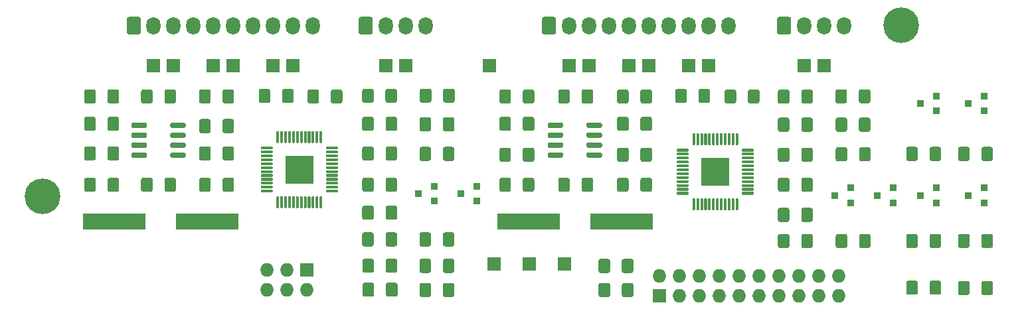
<source format=gts>
G04 #@! TF.GenerationSoftware,KiCad,Pcbnew,5.1.6-c6e7f7d~86~ubuntu16.04.1*
G04 #@! TF.CreationDate,2020-07-30T20:45:57-03:00*
G04 #@! TF.ProjectId,principal_sm13,7072696e-6369-4706-916c-5f736d31332e,rev?*
G04 #@! TF.SameCoordinates,Original*
G04 #@! TF.FileFunction,Soldermask,Top*
G04 #@! TF.FilePolarity,Negative*
%FSLAX46Y46*%
G04 Gerber Fmt 4.6, Leading zero omitted, Abs format (unit mm)*
G04 Created by KiCad (PCBNEW 5.1.6-c6e7f7d~86~ubuntu16.04.1) date 2020-07-30 20:45:57*
%MOMM*%
%LPD*%
G01*
G04 APERTURE LIST*
%ADD10R,1.750800X1.750800*%
%ADD11O,1.790800X2.240800*%
%ADD12R,0.950800X0.850800*%
%ADD13R,3.650800X3.650800*%
%ADD14R,7.925800X2.050800*%
%ADD15O,1.750800X1.750800*%
%ADD16C,4.550800*%
G04 APERTURE END LIST*
D10*
X208696000Y-108953000D03*
X206156000Y-108953000D03*
X262036000Y-108953000D03*
X259496000Y-108953000D03*
X219376000Y-108965000D03*
X179116000Y-108953000D03*
X176576000Y-108953000D03*
X184196000Y-108953000D03*
X186736000Y-108953000D03*
X194356000Y-108953000D03*
X191816000Y-108953000D03*
X232056000Y-108953000D03*
X229516000Y-108953000D03*
X237136000Y-108953000D03*
X239676000Y-108953000D03*
X247296000Y-108953000D03*
X244756000Y-108953000D03*
X228940000Y-134295000D03*
X224455000Y-134295000D03*
X219970000Y-134295000D03*
G36*
G01*
X191448400Y-112193512D02*
X191448400Y-113476488D01*
G75*
G02*
X191189488Y-113735400I-258912J0D01*
G01*
X190231512Y-113735400D01*
G75*
G02*
X189972600Y-113476488I0J258912D01*
G01*
X189972600Y-112193512D01*
G75*
G02*
X190231512Y-111934600I258912J0D01*
G01*
X191189488Y-111934600D01*
G75*
G02*
X191448400Y-112193512I0J-258912D01*
G01*
G37*
G36*
G01*
X194423400Y-112193512D02*
X194423400Y-113476488D01*
G75*
G02*
X194164488Y-113735400I-258912J0D01*
G01*
X193206512Y-113735400D01*
G75*
G02*
X192947600Y-113476488I0J258912D01*
G01*
X192947600Y-112193512D01*
G75*
G02*
X193206512Y-111934600I258912J0D01*
G01*
X194164488Y-111934600D01*
G75*
G02*
X194423400Y-112193512I0J-258912D01*
G01*
G37*
G36*
G01*
X244538400Y-112193512D02*
X244538400Y-113476488D01*
G75*
G02*
X244279488Y-113735400I-258912J0D01*
G01*
X243321512Y-113735400D01*
G75*
G02*
X243062600Y-113476488I0J258912D01*
G01*
X243062600Y-112193512D01*
G75*
G02*
X243321512Y-111934600I258912J0D01*
G01*
X244279488Y-111934600D01*
G75*
G02*
X244538400Y-112193512I0J-258912D01*
G01*
G37*
G36*
G01*
X247513400Y-112193512D02*
X247513400Y-113476488D01*
G75*
G02*
X247254488Y-113735400I-258912J0D01*
G01*
X246296512Y-113735400D01*
G75*
G02*
X246037600Y-113476488I0J258912D01*
G01*
X246037600Y-112193512D01*
G75*
G02*
X246296512Y-111934600I258912J0D01*
G01*
X247254488Y-111934600D01*
G75*
G02*
X247513400Y-112193512I0J-258912D01*
G01*
G37*
G36*
G01*
X275489600Y-137959488D02*
X275489600Y-136676512D01*
G75*
G02*
X275748512Y-136417600I258912J0D01*
G01*
X276706488Y-136417600D01*
G75*
G02*
X276965400Y-136676512I0J-258912D01*
G01*
X276965400Y-137959488D01*
G75*
G02*
X276706488Y-138218400I-258912J0D01*
G01*
X275748512Y-138218400D01*
G75*
G02*
X275489600Y-137959488I0J258912D01*
G01*
G37*
G36*
G01*
X272514600Y-137959488D02*
X272514600Y-136676512D01*
G75*
G02*
X272773512Y-136417600I258912J0D01*
G01*
X273731488Y-136417600D01*
G75*
G02*
X273990400Y-136676512I0J-258912D01*
G01*
X273990400Y-137959488D01*
G75*
G02*
X273731488Y-138218400I-258912J0D01*
G01*
X272773512Y-138218400D01*
G75*
G02*
X272514600Y-137959488I0J258912D01*
G01*
G37*
G36*
G01*
X280602400Y-136726512D02*
X280602400Y-138009488D01*
G75*
G02*
X280343488Y-138268400I-258912J0D01*
G01*
X279385512Y-138268400D01*
G75*
G02*
X279126600Y-138009488I0J258912D01*
G01*
X279126600Y-136726512D01*
G75*
G02*
X279385512Y-136467600I258912J0D01*
G01*
X280343488Y-136467600D01*
G75*
G02*
X280602400Y-136726512I0J-258912D01*
G01*
G37*
G36*
G01*
X283577400Y-136726512D02*
X283577400Y-138009488D01*
G75*
G02*
X283318488Y-138268400I-258912J0D01*
G01*
X282360512Y-138268400D01*
G75*
G02*
X282101600Y-138009488I0J258912D01*
G01*
X282101600Y-136726512D01*
G75*
G02*
X282360512Y-136467600I258912J0D01*
G01*
X283318488Y-136467600D01*
G75*
G02*
X283577400Y-136726512I0J-258912D01*
G01*
G37*
D11*
X211236000Y-103865000D03*
X208696000Y-103865000D03*
X206156000Y-103865000D03*
G36*
G01*
X202720600Y-104728102D02*
X202720600Y-103001898D01*
G75*
G02*
X202977898Y-102744600I257298J0D01*
G01*
X204254102Y-102744600D01*
G75*
G02*
X204511400Y-103001898I0J-257298D01*
G01*
X204511400Y-104728102D01*
G75*
G02*
X204254102Y-104985400I-257298J0D01*
G01*
X202977898Y-104985400D01*
G75*
G02*
X202720600Y-104728102I0J257298D01*
G01*
G37*
X264576000Y-103865000D03*
X262036000Y-103865000D03*
X259496000Y-103865000D03*
G36*
G01*
X256060600Y-104728102D02*
X256060600Y-103001898D01*
G75*
G02*
X256317898Y-102744600I257298J0D01*
G01*
X257594102Y-102744600D01*
G75*
G02*
X257851400Y-103001898I0J-257298D01*
G01*
X257851400Y-104728102D01*
G75*
G02*
X257594102Y-104985400I-257298J0D01*
G01*
X256317898Y-104985400D01*
G75*
G02*
X256060600Y-104728102I0J257298D01*
G01*
G37*
X196896000Y-103865000D03*
X194356000Y-103865000D03*
X191816000Y-103865000D03*
X189276000Y-103865000D03*
X186736000Y-103865000D03*
X184196000Y-103865000D03*
X181656000Y-103865000D03*
X179116000Y-103865000D03*
X176576000Y-103865000D03*
G36*
G01*
X173140600Y-104728102D02*
X173140600Y-103001898D01*
G75*
G02*
X173397898Y-102744600I257298J0D01*
G01*
X174674102Y-102744600D01*
G75*
G02*
X174931400Y-103001898I0J-257298D01*
G01*
X174931400Y-104728102D01*
G75*
G02*
X174674102Y-104985400I-257298J0D01*
G01*
X173397898Y-104985400D01*
G75*
G02*
X173140600Y-104728102I0J257298D01*
G01*
G37*
X249836000Y-103865000D03*
X247296000Y-103865000D03*
X244756000Y-103865000D03*
X242216000Y-103865000D03*
X239676000Y-103865000D03*
X237136000Y-103865000D03*
X234596000Y-103865000D03*
X232056000Y-103865000D03*
X229516000Y-103865000D03*
G36*
G01*
X226080600Y-104728102D02*
X226080600Y-103001898D01*
G75*
G02*
X226337898Y-102744600I257298J0D01*
G01*
X227614102Y-102744600D01*
G75*
G02*
X227871400Y-103001898I0J-257298D01*
G01*
X227871400Y-104728102D01*
G75*
G02*
X227614102Y-104985400I-257298J0D01*
G01*
X226337898Y-104985400D01*
G75*
G02*
X226080600Y-104728102I0J257298D01*
G01*
G37*
G36*
G01*
X273990400Y-130713512D02*
X273990400Y-131996488D01*
G75*
G02*
X273731488Y-132255400I-258912J0D01*
G01*
X272773512Y-132255400D01*
G75*
G02*
X272514600Y-131996488I0J258912D01*
G01*
X272514600Y-130713512D01*
G75*
G02*
X272773512Y-130454600I258912J0D01*
G01*
X273731488Y-130454600D01*
G75*
G02*
X273990400Y-130713512I0J-258912D01*
G01*
G37*
G36*
G01*
X276965400Y-130713512D02*
X276965400Y-131996488D01*
G75*
G02*
X276706488Y-132255400I-258912J0D01*
G01*
X275748512Y-132255400D01*
G75*
G02*
X275489600Y-131996488I0J258912D01*
G01*
X275489600Y-130713512D01*
G75*
G02*
X275748512Y-130454600I258912J0D01*
G01*
X276706488Y-130454600D01*
G75*
G02*
X276965400Y-130713512I0J-258912D01*
G01*
G37*
G36*
G01*
X280602400Y-130713512D02*
X280602400Y-131996488D01*
G75*
G02*
X280343488Y-132255400I-258912J0D01*
G01*
X279385512Y-132255400D01*
G75*
G02*
X279126600Y-131996488I0J258912D01*
G01*
X279126600Y-130713512D01*
G75*
G02*
X279385512Y-130454600I258912J0D01*
G01*
X280343488Y-130454600D01*
G75*
G02*
X280602400Y-130713512I0J-258912D01*
G01*
G37*
G36*
G01*
X283577400Y-130713512D02*
X283577400Y-131996488D01*
G75*
G02*
X283318488Y-132255400I-258912J0D01*
G01*
X282360512Y-132255400D01*
G75*
G02*
X282101600Y-131996488I0J258912D01*
G01*
X282101600Y-130713512D01*
G75*
G02*
X282360512Y-130454600I258912J0D01*
G01*
X283318488Y-130454600D01*
G75*
G02*
X283577400Y-130713512I0J-258912D01*
G01*
G37*
G36*
G01*
X273990400Y-119596512D02*
X273990400Y-120879488D01*
G75*
G02*
X273731488Y-121138400I-258912J0D01*
G01*
X272773512Y-121138400D01*
G75*
G02*
X272514600Y-120879488I0J258912D01*
G01*
X272514600Y-119596512D01*
G75*
G02*
X272773512Y-119337600I258912J0D01*
G01*
X273731488Y-119337600D01*
G75*
G02*
X273990400Y-119596512I0J-258912D01*
G01*
G37*
G36*
G01*
X276965400Y-119596512D02*
X276965400Y-120879488D01*
G75*
G02*
X276706488Y-121138400I-258912J0D01*
G01*
X275748512Y-121138400D01*
G75*
G02*
X275489600Y-120879488I0J258912D01*
G01*
X275489600Y-119596512D01*
G75*
G02*
X275748512Y-119337600I258912J0D01*
G01*
X276706488Y-119337600D01*
G75*
G02*
X276965400Y-119596512I0J-258912D01*
G01*
G37*
G36*
G01*
X280602400Y-119596512D02*
X280602400Y-120879488D01*
G75*
G02*
X280343488Y-121138400I-258912J0D01*
G01*
X279385512Y-121138400D01*
G75*
G02*
X279126600Y-120879488I0J258912D01*
G01*
X279126600Y-119596512D01*
G75*
G02*
X279385512Y-119337600I258912J0D01*
G01*
X280343488Y-119337600D01*
G75*
G02*
X280602400Y-119596512I0J-258912D01*
G01*
G37*
G36*
G01*
X283577400Y-119596512D02*
X283577400Y-120879488D01*
G75*
G02*
X283318488Y-121138400I-258912J0D01*
G01*
X282360512Y-121138400D01*
G75*
G02*
X282101600Y-120879488I0J258912D01*
G01*
X282101600Y-119596512D01*
G75*
G02*
X282360512Y-119337600I258912J0D01*
G01*
X283318488Y-119337600D01*
G75*
G02*
X283577400Y-119596512I0J-258912D01*
G01*
G37*
D12*
X274340000Y-125535000D03*
X276340000Y-124585000D03*
X276340000Y-126485000D03*
X280452000Y-125535000D03*
X282452000Y-124585000D03*
X282452000Y-126485000D03*
X274340000Y-113810000D03*
X276340000Y-112860000D03*
X276340000Y-114760000D03*
X280452000Y-113810000D03*
X282452000Y-112860000D03*
X282452000Y-114760000D03*
G36*
G01*
X213479600Y-113441488D02*
X213479600Y-112158512D01*
G75*
G02*
X213738512Y-111899600I258912J0D01*
G01*
X214696488Y-111899600D01*
G75*
G02*
X214955400Y-112158512I0J-258912D01*
G01*
X214955400Y-113441488D01*
G75*
G02*
X214696488Y-113700400I-258912J0D01*
G01*
X213738512Y-113700400D01*
G75*
G02*
X213479600Y-113441488I0J258912D01*
G01*
G37*
G36*
G01*
X210504600Y-113441488D02*
X210504600Y-112158512D01*
G75*
G02*
X210763512Y-111899600I258912J0D01*
G01*
X211721488Y-111899600D01*
G75*
G02*
X211980400Y-112158512I0J-258912D01*
G01*
X211980400Y-113441488D01*
G75*
G02*
X211721488Y-113700400I-258912J0D01*
G01*
X210763512Y-113700400D01*
G75*
G02*
X210504600Y-113441488I0J258912D01*
G01*
G37*
G36*
G01*
X206125600Y-113469488D02*
X206125600Y-112186512D01*
G75*
G02*
X206384512Y-111927600I258912J0D01*
G01*
X207342488Y-111927600D01*
G75*
G02*
X207601400Y-112186512I0J-258912D01*
G01*
X207601400Y-113469488D01*
G75*
G02*
X207342488Y-113728400I-258912J0D01*
G01*
X206384512Y-113728400D01*
G75*
G02*
X206125600Y-113469488I0J258912D01*
G01*
G37*
G36*
G01*
X203150600Y-113469488D02*
X203150600Y-112186512D01*
G75*
G02*
X203409512Y-111927600I258912J0D01*
G01*
X204367488Y-111927600D01*
G75*
G02*
X204626400Y-112186512I0J-258912D01*
G01*
X204626400Y-113469488D01*
G75*
G02*
X204367488Y-113728400I-258912J0D01*
G01*
X203409512Y-113728400D01*
G75*
G02*
X203150600Y-113469488I0J258912D01*
G01*
G37*
G36*
G01*
X207611400Y-130513512D02*
X207611400Y-131796488D01*
G75*
G02*
X207352488Y-132055400I-258912J0D01*
G01*
X206394512Y-132055400D01*
G75*
G02*
X206135600Y-131796488I0J258912D01*
G01*
X206135600Y-130513512D01*
G75*
G02*
X206394512Y-130254600I258912J0D01*
G01*
X207352488Y-130254600D01*
G75*
G02*
X207611400Y-130513512I0J-258912D01*
G01*
G37*
G36*
G01*
X204636400Y-130513512D02*
X204636400Y-131796488D01*
G75*
G02*
X204377488Y-132055400I-258912J0D01*
G01*
X203419512Y-132055400D01*
G75*
G02*
X203160600Y-131796488I0J258912D01*
G01*
X203160600Y-130513512D01*
G75*
G02*
X203419512Y-130254600I258912J0D01*
G01*
X204377488Y-130254600D01*
G75*
G02*
X204636400Y-130513512I0J-258912D01*
G01*
G37*
G36*
G01*
X210460600Y-138259488D02*
X210460600Y-136976512D01*
G75*
G02*
X210719512Y-136717600I258912J0D01*
G01*
X211677488Y-136717600D01*
G75*
G02*
X211936400Y-136976512I0J-258912D01*
G01*
X211936400Y-138259488D01*
G75*
G02*
X211677488Y-138518400I-258912J0D01*
G01*
X210719512Y-138518400D01*
G75*
G02*
X210460600Y-138259488I0J258912D01*
G01*
G37*
G36*
G01*
X213435600Y-138259488D02*
X213435600Y-136976512D01*
G75*
G02*
X213694512Y-136717600I258912J0D01*
G01*
X214652488Y-136717600D01*
G75*
G02*
X214911400Y-136976512I0J-258912D01*
G01*
X214911400Y-138259488D01*
G75*
G02*
X214652488Y-138518400I-258912J0D01*
G01*
X213694512Y-138518400D01*
G75*
G02*
X213435600Y-138259488I0J258912D01*
G01*
G37*
G36*
G01*
X256157600Y-117146488D02*
X256157600Y-115863512D01*
G75*
G02*
X256416512Y-115604600I258912J0D01*
G01*
X257374488Y-115604600D01*
G75*
G02*
X257633400Y-115863512I0J-258912D01*
G01*
X257633400Y-117146488D01*
G75*
G02*
X257374488Y-117405400I-258912J0D01*
G01*
X256416512Y-117405400D01*
G75*
G02*
X256157600Y-117146488I0J258912D01*
G01*
G37*
G36*
G01*
X259132600Y-117146488D02*
X259132600Y-115863512D01*
G75*
G02*
X259391512Y-115604600I258912J0D01*
G01*
X260349488Y-115604600D01*
G75*
G02*
X260608400Y-115863512I0J-258912D01*
G01*
X260608400Y-117146488D01*
G75*
G02*
X260349488Y-117405400I-258912J0D01*
G01*
X259391512Y-117405400D01*
G75*
G02*
X259132600Y-117146488I0J258912D01*
G01*
G37*
G36*
G01*
X256157600Y-124821488D02*
X256157600Y-123538512D01*
G75*
G02*
X256416512Y-123279600I258912J0D01*
G01*
X257374488Y-123279600D01*
G75*
G02*
X257633400Y-123538512I0J-258912D01*
G01*
X257633400Y-124821488D01*
G75*
G02*
X257374488Y-125080400I-258912J0D01*
G01*
X256416512Y-125080400D01*
G75*
G02*
X256157600Y-124821488I0J258912D01*
G01*
G37*
G36*
G01*
X259132600Y-124821488D02*
X259132600Y-123538512D01*
G75*
G02*
X259391512Y-123279600I258912J0D01*
G01*
X260349488Y-123279600D01*
G75*
G02*
X260608400Y-123538512I0J-258912D01*
G01*
X260608400Y-124821488D01*
G75*
G02*
X260349488Y-125080400I-258912J0D01*
G01*
X259391512Y-125080400D01*
G75*
G02*
X259132600Y-124821488I0J258912D01*
G01*
G37*
G36*
G01*
X265002400Y-130713512D02*
X265002400Y-131996488D01*
G75*
G02*
X264743488Y-132255400I-258912J0D01*
G01*
X263785512Y-132255400D01*
G75*
G02*
X263526600Y-131996488I0J258912D01*
G01*
X263526600Y-130713512D01*
G75*
G02*
X263785512Y-130454600I258912J0D01*
G01*
X264743488Y-130454600D01*
G75*
G02*
X265002400Y-130713512I0J-258912D01*
G01*
G37*
G36*
G01*
X267977400Y-130713512D02*
X267977400Y-131996488D01*
G75*
G02*
X267718488Y-132255400I-258912J0D01*
G01*
X266760512Y-132255400D01*
G75*
G02*
X266501600Y-131996488I0J258912D01*
G01*
X266501600Y-130713512D01*
G75*
G02*
X266760512Y-130454600I258912J0D01*
G01*
X267718488Y-130454600D01*
G75*
G02*
X267977400Y-130713512I0J-258912D01*
G01*
G37*
G36*
G01*
X243262600Y-119852700D02*
X243262600Y-119677300D01*
G75*
G02*
X243350300Y-119589600I87700J0D01*
G01*
X244700700Y-119589600D01*
G75*
G02*
X244788400Y-119677300I0J-87700D01*
G01*
X244788400Y-119852700D01*
G75*
G02*
X244700700Y-119940400I-87700J0D01*
G01*
X243350300Y-119940400D01*
G75*
G02*
X243262600Y-119852700I0J87700D01*
G01*
G37*
G36*
G01*
X243262600Y-120352700D02*
X243262600Y-120177300D01*
G75*
G02*
X243350300Y-120089600I87700J0D01*
G01*
X244700700Y-120089600D01*
G75*
G02*
X244788400Y-120177300I0J-87700D01*
G01*
X244788400Y-120352700D01*
G75*
G02*
X244700700Y-120440400I-87700J0D01*
G01*
X243350300Y-120440400D01*
G75*
G02*
X243262600Y-120352700I0J87700D01*
G01*
G37*
G36*
G01*
X243262600Y-120852700D02*
X243262600Y-120677300D01*
G75*
G02*
X243350300Y-120589600I87700J0D01*
G01*
X244700700Y-120589600D01*
G75*
G02*
X244788400Y-120677300I0J-87700D01*
G01*
X244788400Y-120852700D01*
G75*
G02*
X244700700Y-120940400I-87700J0D01*
G01*
X243350300Y-120940400D01*
G75*
G02*
X243262600Y-120852700I0J87700D01*
G01*
G37*
G36*
G01*
X243262600Y-121352700D02*
X243262600Y-121177300D01*
G75*
G02*
X243350300Y-121089600I87700J0D01*
G01*
X244700700Y-121089600D01*
G75*
G02*
X244788400Y-121177300I0J-87700D01*
G01*
X244788400Y-121352700D01*
G75*
G02*
X244700700Y-121440400I-87700J0D01*
G01*
X243350300Y-121440400D01*
G75*
G02*
X243262600Y-121352700I0J87700D01*
G01*
G37*
G36*
G01*
X243262600Y-121852700D02*
X243262600Y-121677300D01*
G75*
G02*
X243350300Y-121589600I87700J0D01*
G01*
X244700700Y-121589600D01*
G75*
G02*
X244788400Y-121677300I0J-87700D01*
G01*
X244788400Y-121852700D01*
G75*
G02*
X244700700Y-121940400I-87700J0D01*
G01*
X243350300Y-121940400D01*
G75*
G02*
X243262600Y-121852700I0J87700D01*
G01*
G37*
G36*
G01*
X243262600Y-122352700D02*
X243262600Y-122177300D01*
G75*
G02*
X243350300Y-122089600I87700J0D01*
G01*
X244700700Y-122089600D01*
G75*
G02*
X244788400Y-122177300I0J-87700D01*
G01*
X244788400Y-122352700D01*
G75*
G02*
X244700700Y-122440400I-87700J0D01*
G01*
X243350300Y-122440400D01*
G75*
G02*
X243262600Y-122352700I0J87700D01*
G01*
G37*
G36*
G01*
X243262600Y-122852700D02*
X243262600Y-122677300D01*
G75*
G02*
X243350300Y-122589600I87700J0D01*
G01*
X244700700Y-122589600D01*
G75*
G02*
X244788400Y-122677300I0J-87700D01*
G01*
X244788400Y-122852700D01*
G75*
G02*
X244700700Y-122940400I-87700J0D01*
G01*
X243350300Y-122940400D01*
G75*
G02*
X243262600Y-122852700I0J87700D01*
G01*
G37*
G36*
G01*
X243262600Y-123352700D02*
X243262600Y-123177300D01*
G75*
G02*
X243350300Y-123089600I87700J0D01*
G01*
X244700700Y-123089600D01*
G75*
G02*
X244788400Y-123177300I0J-87700D01*
G01*
X244788400Y-123352700D01*
G75*
G02*
X244700700Y-123440400I-87700J0D01*
G01*
X243350300Y-123440400D01*
G75*
G02*
X243262600Y-123352700I0J87700D01*
G01*
G37*
G36*
G01*
X243262600Y-123852700D02*
X243262600Y-123677300D01*
G75*
G02*
X243350300Y-123589600I87700J0D01*
G01*
X244700700Y-123589600D01*
G75*
G02*
X244788400Y-123677300I0J-87700D01*
G01*
X244788400Y-123852700D01*
G75*
G02*
X244700700Y-123940400I-87700J0D01*
G01*
X243350300Y-123940400D01*
G75*
G02*
X243262600Y-123852700I0J87700D01*
G01*
G37*
G36*
G01*
X243262600Y-124352700D02*
X243262600Y-124177300D01*
G75*
G02*
X243350300Y-124089600I87700J0D01*
G01*
X244700700Y-124089600D01*
G75*
G02*
X244788400Y-124177300I0J-87700D01*
G01*
X244788400Y-124352700D01*
G75*
G02*
X244700700Y-124440400I-87700J0D01*
G01*
X243350300Y-124440400D01*
G75*
G02*
X243262600Y-124352700I0J87700D01*
G01*
G37*
G36*
G01*
X243262600Y-124852700D02*
X243262600Y-124677300D01*
G75*
G02*
X243350300Y-124589600I87700J0D01*
G01*
X244700700Y-124589600D01*
G75*
G02*
X244788400Y-124677300I0J-87700D01*
G01*
X244788400Y-124852700D01*
G75*
G02*
X244700700Y-124940400I-87700J0D01*
G01*
X243350300Y-124940400D01*
G75*
G02*
X243262600Y-124852700I0J87700D01*
G01*
G37*
G36*
G01*
X243262600Y-125352700D02*
X243262600Y-125177300D01*
G75*
G02*
X243350300Y-125089600I87700J0D01*
G01*
X244700700Y-125089600D01*
G75*
G02*
X244788400Y-125177300I0J-87700D01*
G01*
X244788400Y-125352700D01*
G75*
G02*
X244700700Y-125440400I-87700J0D01*
G01*
X243350300Y-125440400D01*
G75*
G02*
X243262600Y-125352700I0J87700D01*
G01*
G37*
G36*
G01*
X245262600Y-127352700D02*
X245262600Y-126002300D01*
G75*
G02*
X245350300Y-125914600I87700J0D01*
G01*
X245525700Y-125914600D01*
G75*
G02*
X245613400Y-126002300I0J-87700D01*
G01*
X245613400Y-127352700D01*
G75*
G02*
X245525700Y-127440400I-87700J0D01*
G01*
X245350300Y-127440400D01*
G75*
G02*
X245262600Y-127352700I0J87700D01*
G01*
G37*
G36*
G01*
X245762600Y-127352700D02*
X245762600Y-126002300D01*
G75*
G02*
X245850300Y-125914600I87700J0D01*
G01*
X246025700Y-125914600D01*
G75*
G02*
X246113400Y-126002300I0J-87700D01*
G01*
X246113400Y-127352700D01*
G75*
G02*
X246025700Y-127440400I-87700J0D01*
G01*
X245850300Y-127440400D01*
G75*
G02*
X245762600Y-127352700I0J87700D01*
G01*
G37*
G36*
G01*
X246262600Y-127352700D02*
X246262600Y-126002300D01*
G75*
G02*
X246350300Y-125914600I87700J0D01*
G01*
X246525700Y-125914600D01*
G75*
G02*
X246613400Y-126002300I0J-87700D01*
G01*
X246613400Y-127352700D01*
G75*
G02*
X246525700Y-127440400I-87700J0D01*
G01*
X246350300Y-127440400D01*
G75*
G02*
X246262600Y-127352700I0J87700D01*
G01*
G37*
G36*
G01*
X246762600Y-127352700D02*
X246762600Y-126002300D01*
G75*
G02*
X246850300Y-125914600I87700J0D01*
G01*
X247025700Y-125914600D01*
G75*
G02*
X247113400Y-126002300I0J-87700D01*
G01*
X247113400Y-127352700D01*
G75*
G02*
X247025700Y-127440400I-87700J0D01*
G01*
X246850300Y-127440400D01*
G75*
G02*
X246762600Y-127352700I0J87700D01*
G01*
G37*
G36*
G01*
X247262600Y-127352700D02*
X247262600Y-126002300D01*
G75*
G02*
X247350300Y-125914600I87700J0D01*
G01*
X247525700Y-125914600D01*
G75*
G02*
X247613400Y-126002300I0J-87700D01*
G01*
X247613400Y-127352700D01*
G75*
G02*
X247525700Y-127440400I-87700J0D01*
G01*
X247350300Y-127440400D01*
G75*
G02*
X247262600Y-127352700I0J87700D01*
G01*
G37*
G36*
G01*
X247762600Y-127352700D02*
X247762600Y-126002300D01*
G75*
G02*
X247850300Y-125914600I87700J0D01*
G01*
X248025700Y-125914600D01*
G75*
G02*
X248113400Y-126002300I0J-87700D01*
G01*
X248113400Y-127352700D01*
G75*
G02*
X248025700Y-127440400I-87700J0D01*
G01*
X247850300Y-127440400D01*
G75*
G02*
X247762600Y-127352700I0J87700D01*
G01*
G37*
G36*
G01*
X248262600Y-127352700D02*
X248262600Y-126002300D01*
G75*
G02*
X248350300Y-125914600I87700J0D01*
G01*
X248525700Y-125914600D01*
G75*
G02*
X248613400Y-126002300I0J-87700D01*
G01*
X248613400Y-127352700D01*
G75*
G02*
X248525700Y-127440400I-87700J0D01*
G01*
X248350300Y-127440400D01*
G75*
G02*
X248262600Y-127352700I0J87700D01*
G01*
G37*
G36*
G01*
X248762600Y-127352700D02*
X248762600Y-126002300D01*
G75*
G02*
X248850300Y-125914600I87700J0D01*
G01*
X249025700Y-125914600D01*
G75*
G02*
X249113400Y-126002300I0J-87700D01*
G01*
X249113400Y-127352700D01*
G75*
G02*
X249025700Y-127440400I-87700J0D01*
G01*
X248850300Y-127440400D01*
G75*
G02*
X248762600Y-127352700I0J87700D01*
G01*
G37*
G36*
G01*
X249262600Y-127352700D02*
X249262600Y-126002300D01*
G75*
G02*
X249350300Y-125914600I87700J0D01*
G01*
X249525700Y-125914600D01*
G75*
G02*
X249613400Y-126002300I0J-87700D01*
G01*
X249613400Y-127352700D01*
G75*
G02*
X249525700Y-127440400I-87700J0D01*
G01*
X249350300Y-127440400D01*
G75*
G02*
X249262600Y-127352700I0J87700D01*
G01*
G37*
G36*
G01*
X249762600Y-127352700D02*
X249762600Y-126002300D01*
G75*
G02*
X249850300Y-125914600I87700J0D01*
G01*
X250025700Y-125914600D01*
G75*
G02*
X250113400Y-126002300I0J-87700D01*
G01*
X250113400Y-127352700D01*
G75*
G02*
X250025700Y-127440400I-87700J0D01*
G01*
X249850300Y-127440400D01*
G75*
G02*
X249762600Y-127352700I0J87700D01*
G01*
G37*
G36*
G01*
X250262600Y-127352700D02*
X250262600Y-126002300D01*
G75*
G02*
X250350300Y-125914600I87700J0D01*
G01*
X250525700Y-125914600D01*
G75*
G02*
X250613400Y-126002300I0J-87700D01*
G01*
X250613400Y-127352700D01*
G75*
G02*
X250525700Y-127440400I-87700J0D01*
G01*
X250350300Y-127440400D01*
G75*
G02*
X250262600Y-127352700I0J87700D01*
G01*
G37*
G36*
G01*
X250762600Y-127352700D02*
X250762600Y-126002300D01*
G75*
G02*
X250850300Y-125914600I87700J0D01*
G01*
X251025700Y-125914600D01*
G75*
G02*
X251113400Y-126002300I0J-87700D01*
G01*
X251113400Y-127352700D01*
G75*
G02*
X251025700Y-127440400I-87700J0D01*
G01*
X250850300Y-127440400D01*
G75*
G02*
X250762600Y-127352700I0J87700D01*
G01*
G37*
G36*
G01*
X251587600Y-125352700D02*
X251587600Y-125177300D01*
G75*
G02*
X251675300Y-125089600I87700J0D01*
G01*
X253025700Y-125089600D01*
G75*
G02*
X253113400Y-125177300I0J-87700D01*
G01*
X253113400Y-125352700D01*
G75*
G02*
X253025700Y-125440400I-87700J0D01*
G01*
X251675300Y-125440400D01*
G75*
G02*
X251587600Y-125352700I0J87700D01*
G01*
G37*
G36*
G01*
X251587600Y-124852700D02*
X251587600Y-124677300D01*
G75*
G02*
X251675300Y-124589600I87700J0D01*
G01*
X253025700Y-124589600D01*
G75*
G02*
X253113400Y-124677300I0J-87700D01*
G01*
X253113400Y-124852700D01*
G75*
G02*
X253025700Y-124940400I-87700J0D01*
G01*
X251675300Y-124940400D01*
G75*
G02*
X251587600Y-124852700I0J87700D01*
G01*
G37*
G36*
G01*
X251587600Y-124352700D02*
X251587600Y-124177300D01*
G75*
G02*
X251675300Y-124089600I87700J0D01*
G01*
X253025700Y-124089600D01*
G75*
G02*
X253113400Y-124177300I0J-87700D01*
G01*
X253113400Y-124352700D01*
G75*
G02*
X253025700Y-124440400I-87700J0D01*
G01*
X251675300Y-124440400D01*
G75*
G02*
X251587600Y-124352700I0J87700D01*
G01*
G37*
G36*
G01*
X251587600Y-123852700D02*
X251587600Y-123677300D01*
G75*
G02*
X251675300Y-123589600I87700J0D01*
G01*
X253025700Y-123589600D01*
G75*
G02*
X253113400Y-123677300I0J-87700D01*
G01*
X253113400Y-123852700D01*
G75*
G02*
X253025700Y-123940400I-87700J0D01*
G01*
X251675300Y-123940400D01*
G75*
G02*
X251587600Y-123852700I0J87700D01*
G01*
G37*
G36*
G01*
X251587600Y-123352700D02*
X251587600Y-123177300D01*
G75*
G02*
X251675300Y-123089600I87700J0D01*
G01*
X253025700Y-123089600D01*
G75*
G02*
X253113400Y-123177300I0J-87700D01*
G01*
X253113400Y-123352700D01*
G75*
G02*
X253025700Y-123440400I-87700J0D01*
G01*
X251675300Y-123440400D01*
G75*
G02*
X251587600Y-123352700I0J87700D01*
G01*
G37*
G36*
G01*
X251587600Y-122852700D02*
X251587600Y-122677300D01*
G75*
G02*
X251675300Y-122589600I87700J0D01*
G01*
X253025700Y-122589600D01*
G75*
G02*
X253113400Y-122677300I0J-87700D01*
G01*
X253113400Y-122852700D01*
G75*
G02*
X253025700Y-122940400I-87700J0D01*
G01*
X251675300Y-122940400D01*
G75*
G02*
X251587600Y-122852700I0J87700D01*
G01*
G37*
G36*
G01*
X251587600Y-122352700D02*
X251587600Y-122177300D01*
G75*
G02*
X251675300Y-122089600I87700J0D01*
G01*
X253025700Y-122089600D01*
G75*
G02*
X253113400Y-122177300I0J-87700D01*
G01*
X253113400Y-122352700D01*
G75*
G02*
X253025700Y-122440400I-87700J0D01*
G01*
X251675300Y-122440400D01*
G75*
G02*
X251587600Y-122352700I0J87700D01*
G01*
G37*
G36*
G01*
X251587600Y-121852700D02*
X251587600Y-121677300D01*
G75*
G02*
X251675300Y-121589600I87700J0D01*
G01*
X253025700Y-121589600D01*
G75*
G02*
X253113400Y-121677300I0J-87700D01*
G01*
X253113400Y-121852700D01*
G75*
G02*
X253025700Y-121940400I-87700J0D01*
G01*
X251675300Y-121940400D01*
G75*
G02*
X251587600Y-121852700I0J87700D01*
G01*
G37*
G36*
G01*
X251587600Y-121352700D02*
X251587600Y-121177300D01*
G75*
G02*
X251675300Y-121089600I87700J0D01*
G01*
X253025700Y-121089600D01*
G75*
G02*
X253113400Y-121177300I0J-87700D01*
G01*
X253113400Y-121352700D01*
G75*
G02*
X253025700Y-121440400I-87700J0D01*
G01*
X251675300Y-121440400D01*
G75*
G02*
X251587600Y-121352700I0J87700D01*
G01*
G37*
G36*
G01*
X251587600Y-120852700D02*
X251587600Y-120677300D01*
G75*
G02*
X251675300Y-120589600I87700J0D01*
G01*
X253025700Y-120589600D01*
G75*
G02*
X253113400Y-120677300I0J-87700D01*
G01*
X253113400Y-120852700D01*
G75*
G02*
X253025700Y-120940400I-87700J0D01*
G01*
X251675300Y-120940400D01*
G75*
G02*
X251587600Y-120852700I0J87700D01*
G01*
G37*
G36*
G01*
X251587600Y-120352700D02*
X251587600Y-120177300D01*
G75*
G02*
X251675300Y-120089600I87700J0D01*
G01*
X253025700Y-120089600D01*
G75*
G02*
X253113400Y-120177300I0J-87700D01*
G01*
X253113400Y-120352700D01*
G75*
G02*
X253025700Y-120440400I-87700J0D01*
G01*
X251675300Y-120440400D01*
G75*
G02*
X251587600Y-120352700I0J87700D01*
G01*
G37*
G36*
G01*
X251587600Y-119852700D02*
X251587600Y-119677300D01*
G75*
G02*
X251675300Y-119589600I87700J0D01*
G01*
X253025700Y-119589600D01*
G75*
G02*
X253113400Y-119677300I0J-87700D01*
G01*
X253113400Y-119852700D01*
G75*
G02*
X253025700Y-119940400I-87700J0D01*
G01*
X251675300Y-119940400D01*
G75*
G02*
X251587600Y-119852700I0J87700D01*
G01*
G37*
G36*
G01*
X250762600Y-119027700D02*
X250762600Y-117677300D01*
G75*
G02*
X250850300Y-117589600I87700J0D01*
G01*
X251025700Y-117589600D01*
G75*
G02*
X251113400Y-117677300I0J-87700D01*
G01*
X251113400Y-119027700D01*
G75*
G02*
X251025700Y-119115400I-87700J0D01*
G01*
X250850300Y-119115400D01*
G75*
G02*
X250762600Y-119027700I0J87700D01*
G01*
G37*
G36*
G01*
X250262600Y-119027700D02*
X250262600Y-117677300D01*
G75*
G02*
X250350300Y-117589600I87700J0D01*
G01*
X250525700Y-117589600D01*
G75*
G02*
X250613400Y-117677300I0J-87700D01*
G01*
X250613400Y-119027700D01*
G75*
G02*
X250525700Y-119115400I-87700J0D01*
G01*
X250350300Y-119115400D01*
G75*
G02*
X250262600Y-119027700I0J87700D01*
G01*
G37*
G36*
G01*
X249762600Y-119027700D02*
X249762600Y-117677300D01*
G75*
G02*
X249850300Y-117589600I87700J0D01*
G01*
X250025700Y-117589600D01*
G75*
G02*
X250113400Y-117677300I0J-87700D01*
G01*
X250113400Y-119027700D01*
G75*
G02*
X250025700Y-119115400I-87700J0D01*
G01*
X249850300Y-119115400D01*
G75*
G02*
X249762600Y-119027700I0J87700D01*
G01*
G37*
G36*
G01*
X249262600Y-119027700D02*
X249262600Y-117677300D01*
G75*
G02*
X249350300Y-117589600I87700J0D01*
G01*
X249525700Y-117589600D01*
G75*
G02*
X249613400Y-117677300I0J-87700D01*
G01*
X249613400Y-119027700D01*
G75*
G02*
X249525700Y-119115400I-87700J0D01*
G01*
X249350300Y-119115400D01*
G75*
G02*
X249262600Y-119027700I0J87700D01*
G01*
G37*
G36*
G01*
X248762600Y-119027700D02*
X248762600Y-117677300D01*
G75*
G02*
X248850300Y-117589600I87700J0D01*
G01*
X249025700Y-117589600D01*
G75*
G02*
X249113400Y-117677300I0J-87700D01*
G01*
X249113400Y-119027700D01*
G75*
G02*
X249025700Y-119115400I-87700J0D01*
G01*
X248850300Y-119115400D01*
G75*
G02*
X248762600Y-119027700I0J87700D01*
G01*
G37*
G36*
G01*
X248262600Y-119027700D02*
X248262600Y-117677300D01*
G75*
G02*
X248350300Y-117589600I87700J0D01*
G01*
X248525700Y-117589600D01*
G75*
G02*
X248613400Y-117677300I0J-87700D01*
G01*
X248613400Y-119027700D01*
G75*
G02*
X248525700Y-119115400I-87700J0D01*
G01*
X248350300Y-119115400D01*
G75*
G02*
X248262600Y-119027700I0J87700D01*
G01*
G37*
G36*
G01*
X247762600Y-119027700D02*
X247762600Y-117677300D01*
G75*
G02*
X247850300Y-117589600I87700J0D01*
G01*
X248025700Y-117589600D01*
G75*
G02*
X248113400Y-117677300I0J-87700D01*
G01*
X248113400Y-119027700D01*
G75*
G02*
X248025700Y-119115400I-87700J0D01*
G01*
X247850300Y-119115400D01*
G75*
G02*
X247762600Y-119027700I0J87700D01*
G01*
G37*
G36*
G01*
X247262600Y-119027700D02*
X247262600Y-117677300D01*
G75*
G02*
X247350300Y-117589600I87700J0D01*
G01*
X247525700Y-117589600D01*
G75*
G02*
X247613400Y-117677300I0J-87700D01*
G01*
X247613400Y-119027700D01*
G75*
G02*
X247525700Y-119115400I-87700J0D01*
G01*
X247350300Y-119115400D01*
G75*
G02*
X247262600Y-119027700I0J87700D01*
G01*
G37*
G36*
G01*
X246762600Y-119027700D02*
X246762600Y-117677300D01*
G75*
G02*
X246850300Y-117589600I87700J0D01*
G01*
X247025700Y-117589600D01*
G75*
G02*
X247113400Y-117677300I0J-87700D01*
G01*
X247113400Y-119027700D01*
G75*
G02*
X247025700Y-119115400I-87700J0D01*
G01*
X246850300Y-119115400D01*
G75*
G02*
X246762600Y-119027700I0J87700D01*
G01*
G37*
G36*
G01*
X246262600Y-119027700D02*
X246262600Y-117677300D01*
G75*
G02*
X246350300Y-117589600I87700J0D01*
G01*
X246525700Y-117589600D01*
G75*
G02*
X246613400Y-117677300I0J-87700D01*
G01*
X246613400Y-119027700D01*
G75*
G02*
X246525700Y-119115400I-87700J0D01*
G01*
X246350300Y-119115400D01*
G75*
G02*
X246262600Y-119027700I0J87700D01*
G01*
G37*
G36*
G01*
X245762600Y-119027700D02*
X245762600Y-117677300D01*
G75*
G02*
X245850300Y-117589600I87700J0D01*
G01*
X246025700Y-117589600D01*
G75*
G02*
X246113400Y-117677300I0J-87700D01*
G01*
X246113400Y-119027700D01*
G75*
G02*
X246025700Y-119115400I-87700J0D01*
G01*
X245850300Y-119115400D01*
G75*
G02*
X245762600Y-119027700I0J87700D01*
G01*
G37*
G36*
G01*
X245262600Y-119027700D02*
X245262600Y-117677300D01*
G75*
G02*
X245350300Y-117589600I87700J0D01*
G01*
X245525700Y-117589600D01*
G75*
G02*
X245613400Y-117677300I0J-87700D01*
G01*
X245613400Y-119027700D01*
G75*
G02*
X245525700Y-119115400I-87700J0D01*
G01*
X245350300Y-119115400D01*
G75*
G02*
X245262600Y-119027700I0J87700D01*
G01*
G37*
D13*
X248188000Y-122515000D03*
G36*
G01*
X190217600Y-119577700D02*
X190217600Y-119402300D01*
G75*
G02*
X190305300Y-119314600I87700J0D01*
G01*
X191655700Y-119314600D01*
G75*
G02*
X191743400Y-119402300I0J-87700D01*
G01*
X191743400Y-119577700D01*
G75*
G02*
X191655700Y-119665400I-87700J0D01*
G01*
X190305300Y-119665400D01*
G75*
G02*
X190217600Y-119577700I0J87700D01*
G01*
G37*
G36*
G01*
X190217600Y-120077700D02*
X190217600Y-119902300D01*
G75*
G02*
X190305300Y-119814600I87700J0D01*
G01*
X191655700Y-119814600D01*
G75*
G02*
X191743400Y-119902300I0J-87700D01*
G01*
X191743400Y-120077700D01*
G75*
G02*
X191655700Y-120165400I-87700J0D01*
G01*
X190305300Y-120165400D01*
G75*
G02*
X190217600Y-120077700I0J87700D01*
G01*
G37*
G36*
G01*
X190217600Y-120577700D02*
X190217600Y-120402300D01*
G75*
G02*
X190305300Y-120314600I87700J0D01*
G01*
X191655700Y-120314600D01*
G75*
G02*
X191743400Y-120402300I0J-87700D01*
G01*
X191743400Y-120577700D01*
G75*
G02*
X191655700Y-120665400I-87700J0D01*
G01*
X190305300Y-120665400D01*
G75*
G02*
X190217600Y-120577700I0J87700D01*
G01*
G37*
G36*
G01*
X190217600Y-121077700D02*
X190217600Y-120902300D01*
G75*
G02*
X190305300Y-120814600I87700J0D01*
G01*
X191655700Y-120814600D01*
G75*
G02*
X191743400Y-120902300I0J-87700D01*
G01*
X191743400Y-121077700D01*
G75*
G02*
X191655700Y-121165400I-87700J0D01*
G01*
X190305300Y-121165400D01*
G75*
G02*
X190217600Y-121077700I0J87700D01*
G01*
G37*
G36*
G01*
X190217600Y-121577700D02*
X190217600Y-121402300D01*
G75*
G02*
X190305300Y-121314600I87700J0D01*
G01*
X191655700Y-121314600D01*
G75*
G02*
X191743400Y-121402300I0J-87700D01*
G01*
X191743400Y-121577700D01*
G75*
G02*
X191655700Y-121665400I-87700J0D01*
G01*
X190305300Y-121665400D01*
G75*
G02*
X190217600Y-121577700I0J87700D01*
G01*
G37*
G36*
G01*
X190217600Y-122077700D02*
X190217600Y-121902300D01*
G75*
G02*
X190305300Y-121814600I87700J0D01*
G01*
X191655700Y-121814600D01*
G75*
G02*
X191743400Y-121902300I0J-87700D01*
G01*
X191743400Y-122077700D01*
G75*
G02*
X191655700Y-122165400I-87700J0D01*
G01*
X190305300Y-122165400D01*
G75*
G02*
X190217600Y-122077700I0J87700D01*
G01*
G37*
G36*
G01*
X190217600Y-122577700D02*
X190217600Y-122402300D01*
G75*
G02*
X190305300Y-122314600I87700J0D01*
G01*
X191655700Y-122314600D01*
G75*
G02*
X191743400Y-122402300I0J-87700D01*
G01*
X191743400Y-122577700D01*
G75*
G02*
X191655700Y-122665400I-87700J0D01*
G01*
X190305300Y-122665400D01*
G75*
G02*
X190217600Y-122577700I0J87700D01*
G01*
G37*
G36*
G01*
X190217600Y-123077700D02*
X190217600Y-122902300D01*
G75*
G02*
X190305300Y-122814600I87700J0D01*
G01*
X191655700Y-122814600D01*
G75*
G02*
X191743400Y-122902300I0J-87700D01*
G01*
X191743400Y-123077700D01*
G75*
G02*
X191655700Y-123165400I-87700J0D01*
G01*
X190305300Y-123165400D01*
G75*
G02*
X190217600Y-123077700I0J87700D01*
G01*
G37*
G36*
G01*
X190217600Y-123577700D02*
X190217600Y-123402300D01*
G75*
G02*
X190305300Y-123314600I87700J0D01*
G01*
X191655700Y-123314600D01*
G75*
G02*
X191743400Y-123402300I0J-87700D01*
G01*
X191743400Y-123577700D01*
G75*
G02*
X191655700Y-123665400I-87700J0D01*
G01*
X190305300Y-123665400D01*
G75*
G02*
X190217600Y-123577700I0J87700D01*
G01*
G37*
G36*
G01*
X190217600Y-124077700D02*
X190217600Y-123902300D01*
G75*
G02*
X190305300Y-123814600I87700J0D01*
G01*
X191655700Y-123814600D01*
G75*
G02*
X191743400Y-123902300I0J-87700D01*
G01*
X191743400Y-124077700D01*
G75*
G02*
X191655700Y-124165400I-87700J0D01*
G01*
X190305300Y-124165400D01*
G75*
G02*
X190217600Y-124077700I0J87700D01*
G01*
G37*
G36*
G01*
X190217600Y-124577700D02*
X190217600Y-124402300D01*
G75*
G02*
X190305300Y-124314600I87700J0D01*
G01*
X191655700Y-124314600D01*
G75*
G02*
X191743400Y-124402300I0J-87700D01*
G01*
X191743400Y-124577700D01*
G75*
G02*
X191655700Y-124665400I-87700J0D01*
G01*
X190305300Y-124665400D01*
G75*
G02*
X190217600Y-124577700I0J87700D01*
G01*
G37*
G36*
G01*
X190217600Y-125077700D02*
X190217600Y-124902300D01*
G75*
G02*
X190305300Y-124814600I87700J0D01*
G01*
X191655700Y-124814600D01*
G75*
G02*
X191743400Y-124902300I0J-87700D01*
G01*
X191743400Y-125077700D01*
G75*
G02*
X191655700Y-125165400I-87700J0D01*
G01*
X190305300Y-125165400D01*
G75*
G02*
X190217600Y-125077700I0J87700D01*
G01*
G37*
G36*
G01*
X192217600Y-127077700D02*
X192217600Y-125727300D01*
G75*
G02*
X192305300Y-125639600I87700J0D01*
G01*
X192480700Y-125639600D01*
G75*
G02*
X192568400Y-125727300I0J-87700D01*
G01*
X192568400Y-127077700D01*
G75*
G02*
X192480700Y-127165400I-87700J0D01*
G01*
X192305300Y-127165400D01*
G75*
G02*
X192217600Y-127077700I0J87700D01*
G01*
G37*
G36*
G01*
X192717600Y-127077700D02*
X192717600Y-125727300D01*
G75*
G02*
X192805300Y-125639600I87700J0D01*
G01*
X192980700Y-125639600D01*
G75*
G02*
X193068400Y-125727300I0J-87700D01*
G01*
X193068400Y-127077700D01*
G75*
G02*
X192980700Y-127165400I-87700J0D01*
G01*
X192805300Y-127165400D01*
G75*
G02*
X192717600Y-127077700I0J87700D01*
G01*
G37*
G36*
G01*
X193217600Y-127077700D02*
X193217600Y-125727300D01*
G75*
G02*
X193305300Y-125639600I87700J0D01*
G01*
X193480700Y-125639600D01*
G75*
G02*
X193568400Y-125727300I0J-87700D01*
G01*
X193568400Y-127077700D01*
G75*
G02*
X193480700Y-127165400I-87700J0D01*
G01*
X193305300Y-127165400D01*
G75*
G02*
X193217600Y-127077700I0J87700D01*
G01*
G37*
G36*
G01*
X193717600Y-127077700D02*
X193717600Y-125727300D01*
G75*
G02*
X193805300Y-125639600I87700J0D01*
G01*
X193980700Y-125639600D01*
G75*
G02*
X194068400Y-125727300I0J-87700D01*
G01*
X194068400Y-127077700D01*
G75*
G02*
X193980700Y-127165400I-87700J0D01*
G01*
X193805300Y-127165400D01*
G75*
G02*
X193717600Y-127077700I0J87700D01*
G01*
G37*
G36*
G01*
X194217600Y-127077700D02*
X194217600Y-125727300D01*
G75*
G02*
X194305300Y-125639600I87700J0D01*
G01*
X194480700Y-125639600D01*
G75*
G02*
X194568400Y-125727300I0J-87700D01*
G01*
X194568400Y-127077700D01*
G75*
G02*
X194480700Y-127165400I-87700J0D01*
G01*
X194305300Y-127165400D01*
G75*
G02*
X194217600Y-127077700I0J87700D01*
G01*
G37*
G36*
G01*
X194717600Y-127077700D02*
X194717600Y-125727300D01*
G75*
G02*
X194805300Y-125639600I87700J0D01*
G01*
X194980700Y-125639600D01*
G75*
G02*
X195068400Y-125727300I0J-87700D01*
G01*
X195068400Y-127077700D01*
G75*
G02*
X194980700Y-127165400I-87700J0D01*
G01*
X194805300Y-127165400D01*
G75*
G02*
X194717600Y-127077700I0J87700D01*
G01*
G37*
G36*
G01*
X195217600Y-127077700D02*
X195217600Y-125727300D01*
G75*
G02*
X195305300Y-125639600I87700J0D01*
G01*
X195480700Y-125639600D01*
G75*
G02*
X195568400Y-125727300I0J-87700D01*
G01*
X195568400Y-127077700D01*
G75*
G02*
X195480700Y-127165400I-87700J0D01*
G01*
X195305300Y-127165400D01*
G75*
G02*
X195217600Y-127077700I0J87700D01*
G01*
G37*
G36*
G01*
X195717600Y-127077700D02*
X195717600Y-125727300D01*
G75*
G02*
X195805300Y-125639600I87700J0D01*
G01*
X195980700Y-125639600D01*
G75*
G02*
X196068400Y-125727300I0J-87700D01*
G01*
X196068400Y-127077700D01*
G75*
G02*
X195980700Y-127165400I-87700J0D01*
G01*
X195805300Y-127165400D01*
G75*
G02*
X195717600Y-127077700I0J87700D01*
G01*
G37*
G36*
G01*
X196217600Y-127077700D02*
X196217600Y-125727300D01*
G75*
G02*
X196305300Y-125639600I87700J0D01*
G01*
X196480700Y-125639600D01*
G75*
G02*
X196568400Y-125727300I0J-87700D01*
G01*
X196568400Y-127077700D01*
G75*
G02*
X196480700Y-127165400I-87700J0D01*
G01*
X196305300Y-127165400D01*
G75*
G02*
X196217600Y-127077700I0J87700D01*
G01*
G37*
G36*
G01*
X196717600Y-127077700D02*
X196717600Y-125727300D01*
G75*
G02*
X196805300Y-125639600I87700J0D01*
G01*
X196980700Y-125639600D01*
G75*
G02*
X197068400Y-125727300I0J-87700D01*
G01*
X197068400Y-127077700D01*
G75*
G02*
X196980700Y-127165400I-87700J0D01*
G01*
X196805300Y-127165400D01*
G75*
G02*
X196717600Y-127077700I0J87700D01*
G01*
G37*
G36*
G01*
X197217600Y-127077700D02*
X197217600Y-125727300D01*
G75*
G02*
X197305300Y-125639600I87700J0D01*
G01*
X197480700Y-125639600D01*
G75*
G02*
X197568400Y-125727300I0J-87700D01*
G01*
X197568400Y-127077700D01*
G75*
G02*
X197480700Y-127165400I-87700J0D01*
G01*
X197305300Y-127165400D01*
G75*
G02*
X197217600Y-127077700I0J87700D01*
G01*
G37*
G36*
G01*
X197717600Y-127077700D02*
X197717600Y-125727300D01*
G75*
G02*
X197805300Y-125639600I87700J0D01*
G01*
X197980700Y-125639600D01*
G75*
G02*
X198068400Y-125727300I0J-87700D01*
G01*
X198068400Y-127077700D01*
G75*
G02*
X197980700Y-127165400I-87700J0D01*
G01*
X197805300Y-127165400D01*
G75*
G02*
X197717600Y-127077700I0J87700D01*
G01*
G37*
G36*
G01*
X198542600Y-125077700D02*
X198542600Y-124902300D01*
G75*
G02*
X198630300Y-124814600I87700J0D01*
G01*
X199980700Y-124814600D01*
G75*
G02*
X200068400Y-124902300I0J-87700D01*
G01*
X200068400Y-125077700D01*
G75*
G02*
X199980700Y-125165400I-87700J0D01*
G01*
X198630300Y-125165400D01*
G75*
G02*
X198542600Y-125077700I0J87700D01*
G01*
G37*
G36*
G01*
X198542600Y-124577700D02*
X198542600Y-124402300D01*
G75*
G02*
X198630300Y-124314600I87700J0D01*
G01*
X199980700Y-124314600D01*
G75*
G02*
X200068400Y-124402300I0J-87700D01*
G01*
X200068400Y-124577700D01*
G75*
G02*
X199980700Y-124665400I-87700J0D01*
G01*
X198630300Y-124665400D01*
G75*
G02*
X198542600Y-124577700I0J87700D01*
G01*
G37*
G36*
G01*
X198542600Y-124077700D02*
X198542600Y-123902300D01*
G75*
G02*
X198630300Y-123814600I87700J0D01*
G01*
X199980700Y-123814600D01*
G75*
G02*
X200068400Y-123902300I0J-87700D01*
G01*
X200068400Y-124077700D01*
G75*
G02*
X199980700Y-124165400I-87700J0D01*
G01*
X198630300Y-124165400D01*
G75*
G02*
X198542600Y-124077700I0J87700D01*
G01*
G37*
G36*
G01*
X198542600Y-123577700D02*
X198542600Y-123402300D01*
G75*
G02*
X198630300Y-123314600I87700J0D01*
G01*
X199980700Y-123314600D01*
G75*
G02*
X200068400Y-123402300I0J-87700D01*
G01*
X200068400Y-123577700D01*
G75*
G02*
X199980700Y-123665400I-87700J0D01*
G01*
X198630300Y-123665400D01*
G75*
G02*
X198542600Y-123577700I0J87700D01*
G01*
G37*
G36*
G01*
X198542600Y-123077700D02*
X198542600Y-122902300D01*
G75*
G02*
X198630300Y-122814600I87700J0D01*
G01*
X199980700Y-122814600D01*
G75*
G02*
X200068400Y-122902300I0J-87700D01*
G01*
X200068400Y-123077700D01*
G75*
G02*
X199980700Y-123165400I-87700J0D01*
G01*
X198630300Y-123165400D01*
G75*
G02*
X198542600Y-123077700I0J87700D01*
G01*
G37*
G36*
G01*
X198542600Y-122577700D02*
X198542600Y-122402300D01*
G75*
G02*
X198630300Y-122314600I87700J0D01*
G01*
X199980700Y-122314600D01*
G75*
G02*
X200068400Y-122402300I0J-87700D01*
G01*
X200068400Y-122577700D01*
G75*
G02*
X199980700Y-122665400I-87700J0D01*
G01*
X198630300Y-122665400D01*
G75*
G02*
X198542600Y-122577700I0J87700D01*
G01*
G37*
G36*
G01*
X198542600Y-122077700D02*
X198542600Y-121902300D01*
G75*
G02*
X198630300Y-121814600I87700J0D01*
G01*
X199980700Y-121814600D01*
G75*
G02*
X200068400Y-121902300I0J-87700D01*
G01*
X200068400Y-122077700D01*
G75*
G02*
X199980700Y-122165400I-87700J0D01*
G01*
X198630300Y-122165400D01*
G75*
G02*
X198542600Y-122077700I0J87700D01*
G01*
G37*
G36*
G01*
X198542600Y-121577700D02*
X198542600Y-121402300D01*
G75*
G02*
X198630300Y-121314600I87700J0D01*
G01*
X199980700Y-121314600D01*
G75*
G02*
X200068400Y-121402300I0J-87700D01*
G01*
X200068400Y-121577700D01*
G75*
G02*
X199980700Y-121665400I-87700J0D01*
G01*
X198630300Y-121665400D01*
G75*
G02*
X198542600Y-121577700I0J87700D01*
G01*
G37*
G36*
G01*
X198542600Y-121077700D02*
X198542600Y-120902300D01*
G75*
G02*
X198630300Y-120814600I87700J0D01*
G01*
X199980700Y-120814600D01*
G75*
G02*
X200068400Y-120902300I0J-87700D01*
G01*
X200068400Y-121077700D01*
G75*
G02*
X199980700Y-121165400I-87700J0D01*
G01*
X198630300Y-121165400D01*
G75*
G02*
X198542600Y-121077700I0J87700D01*
G01*
G37*
G36*
G01*
X198542600Y-120577700D02*
X198542600Y-120402300D01*
G75*
G02*
X198630300Y-120314600I87700J0D01*
G01*
X199980700Y-120314600D01*
G75*
G02*
X200068400Y-120402300I0J-87700D01*
G01*
X200068400Y-120577700D01*
G75*
G02*
X199980700Y-120665400I-87700J0D01*
G01*
X198630300Y-120665400D01*
G75*
G02*
X198542600Y-120577700I0J87700D01*
G01*
G37*
G36*
G01*
X198542600Y-120077700D02*
X198542600Y-119902300D01*
G75*
G02*
X198630300Y-119814600I87700J0D01*
G01*
X199980700Y-119814600D01*
G75*
G02*
X200068400Y-119902300I0J-87700D01*
G01*
X200068400Y-120077700D01*
G75*
G02*
X199980700Y-120165400I-87700J0D01*
G01*
X198630300Y-120165400D01*
G75*
G02*
X198542600Y-120077700I0J87700D01*
G01*
G37*
G36*
G01*
X198542600Y-119577700D02*
X198542600Y-119402300D01*
G75*
G02*
X198630300Y-119314600I87700J0D01*
G01*
X199980700Y-119314600D01*
G75*
G02*
X200068400Y-119402300I0J-87700D01*
G01*
X200068400Y-119577700D01*
G75*
G02*
X199980700Y-119665400I-87700J0D01*
G01*
X198630300Y-119665400D01*
G75*
G02*
X198542600Y-119577700I0J87700D01*
G01*
G37*
G36*
G01*
X197717600Y-118752700D02*
X197717600Y-117402300D01*
G75*
G02*
X197805300Y-117314600I87700J0D01*
G01*
X197980700Y-117314600D01*
G75*
G02*
X198068400Y-117402300I0J-87700D01*
G01*
X198068400Y-118752700D01*
G75*
G02*
X197980700Y-118840400I-87700J0D01*
G01*
X197805300Y-118840400D01*
G75*
G02*
X197717600Y-118752700I0J87700D01*
G01*
G37*
G36*
G01*
X197217600Y-118752700D02*
X197217600Y-117402300D01*
G75*
G02*
X197305300Y-117314600I87700J0D01*
G01*
X197480700Y-117314600D01*
G75*
G02*
X197568400Y-117402300I0J-87700D01*
G01*
X197568400Y-118752700D01*
G75*
G02*
X197480700Y-118840400I-87700J0D01*
G01*
X197305300Y-118840400D01*
G75*
G02*
X197217600Y-118752700I0J87700D01*
G01*
G37*
G36*
G01*
X196717600Y-118752700D02*
X196717600Y-117402300D01*
G75*
G02*
X196805300Y-117314600I87700J0D01*
G01*
X196980700Y-117314600D01*
G75*
G02*
X197068400Y-117402300I0J-87700D01*
G01*
X197068400Y-118752700D01*
G75*
G02*
X196980700Y-118840400I-87700J0D01*
G01*
X196805300Y-118840400D01*
G75*
G02*
X196717600Y-118752700I0J87700D01*
G01*
G37*
G36*
G01*
X196217600Y-118752700D02*
X196217600Y-117402300D01*
G75*
G02*
X196305300Y-117314600I87700J0D01*
G01*
X196480700Y-117314600D01*
G75*
G02*
X196568400Y-117402300I0J-87700D01*
G01*
X196568400Y-118752700D01*
G75*
G02*
X196480700Y-118840400I-87700J0D01*
G01*
X196305300Y-118840400D01*
G75*
G02*
X196217600Y-118752700I0J87700D01*
G01*
G37*
G36*
G01*
X195717600Y-118752700D02*
X195717600Y-117402300D01*
G75*
G02*
X195805300Y-117314600I87700J0D01*
G01*
X195980700Y-117314600D01*
G75*
G02*
X196068400Y-117402300I0J-87700D01*
G01*
X196068400Y-118752700D01*
G75*
G02*
X195980700Y-118840400I-87700J0D01*
G01*
X195805300Y-118840400D01*
G75*
G02*
X195717600Y-118752700I0J87700D01*
G01*
G37*
G36*
G01*
X195217600Y-118752700D02*
X195217600Y-117402300D01*
G75*
G02*
X195305300Y-117314600I87700J0D01*
G01*
X195480700Y-117314600D01*
G75*
G02*
X195568400Y-117402300I0J-87700D01*
G01*
X195568400Y-118752700D01*
G75*
G02*
X195480700Y-118840400I-87700J0D01*
G01*
X195305300Y-118840400D01*
G75*
G02*
X195217600Y-118752700I0J87700D01*
G01*
G37*
G36*
G01*
X194717600Y-118752700D02*
X194717600Y-117402300D01*
G75*
G02*
X194805300Y-117314600I87700J0D01*
G01*
X194980700Y-117314600D01*
G75*
G02*
X195068400Y-117402300I0J-87700D01*
G01*
X195068400Y-118752700D01*
G75*
G02*
X194980700Y-118840400I-87700J0D01*
G01*
X194805300Y-118840400D01*
G75*
G02*
X194717600Y-118752700I0J87700D01*
G01*
G37*
G36*
G01*
X194217600Y-118752700D02*
X194217600Y-117402300D01*
G75*
G02*
X194305300Y-117314600I87700J0D01*
G01*
X194480700Y-117314600D01*
G75*
G02*
X194568400Y-117402300I0J-87700D01*
G01*
X194568400Y-118752700D01*
G75*
G02*
X194480700Y-118840400I-87700J0D01*
G01*
X194305300Y-118840400D01*
G75*
G02*
X194217600Y-118752700I0J87700D01*
G01*
G37*
G36*
G01*
X193717600Y-118752700D02*
X193717600Y-117402300D01*
G75*
G02*
X193805300Y-117314600I87700J0D01*
G01*
X193980700Y-117314600D01*
G75*
G02*
X194068400Y-117402300I0J-87700D01*
G01*
X194068400Y-118752700D01*
G75*
G02*
X193980700Y-118840400I-87700J0D01*
G01*
X193805300Y-118840400D01*
G75*
G02*
X193717600Y-118752700I0J87700D01*
G01*
G37*
G36*
G01*
X193217600Y-118752700D02*
X193217600Y-117402300D01*
G75*
G02*
X193305300Y-117314600I87700J0D01*
G01*
X193480700Y-117314600D01*
G75*
G02*
X193568400Y-117402300I0J-87700D01*
G01*
X193568400Y-118752700D01*
G75*
G02*
X193480700Y-118840400I-87700J0D01*
G01*
X193305300Y-118840400D01*
G75*
G02*
X193217600Y-118752700I0J87700D01*
G01*
G37*
G36*
G01*
X192717600Y-118752700D02*
X192717600Y-117402300D01*
G75*
G02*
X192805300Y-117314600I87700J0D01*
G01*
X192980700Y-117314600D01*
G75*
G02*
X193068400Y-117402300I0J-87700D01*
G01*
X193068400Y-118752700D01*
G75*
G02*
X192980700Y-118840400I-87700J0D01*
G01*
X192805300Y-118840400D01*
G75*
G02*
X192717600Y-118752700I0J87700D01*
G01*
G37*
G36*
G01*
X192217600Y-118752700D02*
X192217600Y-117402300D01*
G75*
G02*
X192305300Y-117314600I87700J0D01*
G01*
X192480700Y-117314600D01*
G75*
G02*
X192568400Y-117402300I0J-87700D01*
G01*
X192568400Y-118752700D01*
G75*
G02*
X192480700Y-118840400I-87700J0D01*
G01*
X192305300Y-118840400D01*
G75*
G02*
X192217600Y-118752700I0J87700D01*
G01*
G37*
X195143000Y-122240000D03*
G36*
G01*
X253813400Y-112263512D02*
X253813400Y-113546488D01*
G75*
G02*
X253554488Y-113805400I-258912J0D01*
G01*
X252596512Y-113805400D01*
G75*
G02*
X252337600Y-113546488I0J258912D01*
G01*
X252337600Y-112263512D01*
G75*
G02*
X252596512Y-112004600I258912J0D01*
G01*
X253554488Y-112004600D01*
G75*
G02*
X253813400Y-112263512I0J-258912D01*
G01*
G37*
G36*
G01*
X250838400Y-112263512D02*
X250838400Y-113546488D01*
G75*
G02*
X250579488Y-113805400I-258912J0D01*
G01*
X249621512Y-113805400D01*
G75*
G02*
X249362600Y-113546488I0J258912D01*
G01*
X249362600Y-112263512D01*
G75*
G02*
X249621512Y-112004600I258912J0D01*
G01*
X250579488Y-112004600D01*
G75*
G02*
X250838400Y-112263512I0J-258912D01*
G01*
G37*
G36*
G01*
X263496600Y-113521488D02*
X263496600Y-112238512D01*
G75*
G02*
X263755512Y-111979600I258912J0D01*
G01*
X264713488Y-111979600D01*
G75*
G02*
X264972400Y-112238512I0J-258912D01*
G01*
X264972400Y-113521488D01*
G75*
G02*
X264713488Y-113780400I-258912J0D01*
G01*
X263755512Y-113780400D01*
G75*
G02*
X263496600Y-113521488I0J258912D01*
G01*
G37*
G36*
G01*
X266471600Y-113521488D02*
X266471600Y-112238512D01*
G75*
G02*
X266730512Y-111979600I258912J0D01*
G01*
X267688488Y-111979600D01*
G75*
G02*
X267947400Y-112238512I0J-258912D01*
G01*
X267947400Y-113521488D01*
G75*
G02*
X267688488Y-113780400I-258912J0D01*
G01*
X266730512Y-113780400D01*
G75*
G02*
X266471600Y-113521488I0J258912D01*
G01*
G37*
G36*
G01*
X240101400Y-123538512D02*
X240101400Y-124821488D01*
G75*
G02*
X239842488Y-125080400I-258912J0D01*
G01*
X238884512Y-125080400D01*
G75*
G02*
X238625600Y-124821488I0J258912D01*
G01*
X238625600Y-123538512D01*
G75*
G02*
X238884512Y-123279600I258912J0D01*
G01*
X239842488Y-123279600D01*
G75*
G02*
X240101400Y-123538512I0J-258912D01*
G01*
G37*
G36*
G01*
X237126400Y-123538512D02*
X237126400Y-124821488D01*
G75*
G02*
X236867488Y-125080400I-258912J0D01*
G01*
X235909512Y-125080400D01*
G75*
G02*
X235650600Y-124821488I0J258912D01*
G01*
X235650600Y-123538512D01*
G75*
G02*
X235909512Y-123279600I258912J0D01*
G01*
X236867488Y-123279600D01*
G75*
G02*
X237126400Y-123538512I0J-258912D01*
G01*
G37*
G36*
G01*
X256157600Y-113569488D02*
X256157600Y-112286512D01*
G75*
G02*
X256416512Y-112027600I258912J0D01*
G01*
X257374488Y-112027600D01*
G75*
G02*
X257633400Y-112286512I0J-258912D01*
G01*
X257633400Y-113569488D01*
G75*
G02*
X257374488Y-113828400I-258912J0D01*
G01*
X256416512Y-113828400D01*
G75*
G02*
X256157600Y-113569488I0J258912D01*
G01*
G37*
G36*
G01*
X259132600Y-113569488D02*
X259132600Y-112286512D01*
G75*
G02*
X259391512Y-112027600I258912J0D01*
G01*
X260349488Y-112027600D01*
G75*
G02*
X260608400Y-112286512I0J-258912D01*
G01*
X260608400Y-113569488D01*
G75*
G02*
X260349488Y-113828400I-258912J0D01*
G01*
X259391512Y-113828400D01*
G75*
G02*
X259132600Y-113569488I0J258912D01*
G01*
G37*
G36*
G01*
X223625600Y-124821488D02*
X223625600Y-123538512D01*
G75*
G02*
X223884512Y-123279600I258912J0D01*
G01*
X224842488Y-123279600D01*
G75*
G02*
X225101400Y-123538512I0J-258912D01*
G01*
X225101400Y-124821488D01*
G75*
G02*
X224842488Y-125080400I-258912J0D01*
G01*
X223884512Y-125080400D01*
G75*
G02*
X223625600Y-124821488I0J258912D01*
G01*
G37*
G36*
G01*
X220650600Y-124821488D02*
X220650600Y-123538512D01*
G75*
G02*
X220909512Y-123279600I258912J0D01*
G01*
X221867488Y-123279600D01*
G75*
G02*
X222126400Y-123538512I0J-258912D01*
G01*
X222126400Y-124821488D01*
G75*
G02*
X221867488Y-125080400I-258912J0D01*
G01*
X220909512Y-125080400D01*
G75*
G02*
X220650600Y-124821488I0J258912D01*
G01*
G37*
G36*
G01*
X236267600Y-135177488D02*
X236267600Y-133894512D01*
G75*
G02*
X236526512Y-133635600I258912J0D01*
G01*
X237484488Y-133635600D01*
G75*
G02*
X237743400Y-133894512I0J-258912D01*
G01*
X237743400Y-135177488D01*
G75*
G02*
X237484488Y-135436400I-258912J0D01*
G01*
X236526512Y-135436400D01*
G75*
G02*
X236267600Y-135177488I0J258912D01*
G01*
G37*
G36*
G01*
X233292600Y-135177488D02*
X233292600Y-133894512D01*
G75*
G02*
X233551512Y-133635600I258912J0D01*
G01*
X234509488Y-133635600D01*
G75*
G02*
X234768400Y-133894512I0J-258912D01*
G01*
X234768400Y-135177488D01*
G75*
G02*
X234509488Y-135436400I-258912J0D01*
G01*
X233551512Y-135436400D01*
G75*
G02*
X233292600Y-135177488I0J258912D01*
G01*
G37*
G36*
G01*
X236267600Y-138259488D02*
X236267600Y-136976512D01*
G75*
G02*
X236526512Y-136717600I258912J0D01*
G01*
X237484488Y-136717600D01*
G75*
G02*
X237743400Y-136976512I0J-258912D01*
G01*
X237743400Y-138259488D01*
G75*
G02*
X237484488Y-138518400I-258912J0D01*
G01*
X236526512Y-138518400D01*
G75*
G02*
X236267600Y-138259488I0J258912D01*
G01*
G37*
G36*
G01*
X233292600Y-138259488D02*
X233292600Y-136976512D01*
G75*
G02*
X233551512Y-136717600I258912J0D01*
G01*
X234509488Y-136717600D01*
G75*
G02*
X234768400Y-136976512I0J-258912D01*
G01*
X234768400Y-138259488D01*
G75*
G02*
X234509488Y-138518400I-258912J0D01*
G01*
X233551512Y-138518400D01*
G75*
G02*
X233292600Y-138259488I0J258912D01*
G01*
G37*
G36*
G01*
X259132600Y-128659488D02*
X259132600Y-127376512D01*
G75*
G02*
X259391512Y-127117600I258912J0D01*
G01*
X260349488Y-127117600D01*
G75*
G02*
X260608400Y-127376512I0J-258912D01*
G01*
X260608400Y-128659488D01*
G75*
G02*
X260349488Y-128918400I-258912J0D01*
G01*
X259391512Y-128918400D01*
G75*
G02*
X259132600Y-128659488I0J258912D01*
G01*
G37*
G36*
G01*
X256157600Y-128659488D02*
X256157600Y-127376512D01*
G75*
G02*
X256416512Y-127117600I258912J0D01*
G01*
X257374488Y-127117600D01*
G75*
G02*
X257633400Y-127376512I0J-258912D01*
G01*
X257633400Y-128659488D01*
G75*
G02*
X257374488Y-128918400I-258912J0D01*
G01*
X256416512Y-128918400D01*
G75*
G02*
X256157600Y-128659488I0J258912D01*
G01*
G37*
G36*
G01*
X211936400Y-133894512D02*
X211936400Y-135177488D01*
G75*
G02*
X211677488Y-135436400I-258912J0D01*
G01*
X210719512Y-135436400D01*
G75*
G02*
X210460600Y-135177488I0J258912D01*
G01*
X210460600Y-133894512D01*
G75*
G02*
X210719512Y-133635600I258912J0D01*
G01*
X211677488Y-133635600D01*
G75*
G02*
X211936400Y-133894512I0J-258912D01*
G01*
G37*
G36*
G01*
X214911400Y-133894512D02*
X214911400Y-135177488D01*
G75*
G02*
X214652488Y-135436400I-258912J0D01*
G01*
X213694512Y-135436400D01*
G75*
G02*
X213435600Y-135177488I0J258912D01*
G01*
X213435600Y-133894512D01*
G75*
G02*
X213694512Y-133635600I258912J0D01*
G01*
X214652488Y-133635600D01*
G75*
G02*
X214911400Y-133894512I0J-258912D01*
G01*
G37*
G36*
G01*
X225101400Y-115763512D02*
X225101400Y-117046488D01*
G75*
G02*
X224842488Y-117305400I-258912J0D01*
G01*
X223884512Y-117305400D01*
G75*
G02*
X223625600Y-117046488I0J258912D01*
G01*
X223625600Y-115763512D01*
G75*
G02*
X223884512Y-115504600I258912J0D01*
G01*
X224842488Y-115504600D01*
G75*
G02*
X225101400Y-115763512I0J-258912D01*
G01*
G37*
G36*
G01*
X222126400Y-115763512D02*
X222126400Y-117046488D01*
G75*
G02*
X221867488Y-117305400I-258912J0D01*
G01*
X220909512Y-117305400D01*
G75*
G02*
X220650600Y-117046488I0J258912D01*
G01*
X220650600Y-115763512D01*
G75*
G02*
X220909512Y-115504600I258912J0D01*
G01*
X221867488Y-115504600D01*
G75*
G02*
X222126400Y-115763512I0J-258912D01*
G01*
G37*
G36*
G01*
X238625600Y-120983488D02*
X238625600Y-119700512D01*
G75*
G02*
X238884512Y-119441600I258912J0D01*
G01*
X239842488Y-119441600D01*
G75*
G02*
X240101400Y-119700512I0J-258912D01*
G01*
X240101400Y-120983488D01*
G75*
G02*
X239842488Y-121242400I-258912J0D01*
G01*
X238884512Y-121242400D01*
G75*
G02*
X238625600Y-120983488I0J258912D01*
G01*
G37*
G36*
G01*
X235650600Y-120983488D02*
X235650600Y-119700512D01*
G75*
G02*
X235909512Y-119441600I258912J0D01*
G01*
X236867488Y-119441600D01*
G75*
G02*
X237126400Y-119700512I0J-258912D01*
G01*
X237126400Y-120983488D01*
G75*
G02*
X236867488Y-121242400I-258912J0D01*
G01*
X235909512Y-121242400D01*
G75*
G02*
X235650600Y-120983488I0J258912D01*
G01*
G37*
G36*
G01*
X200635400Y-112263512D02*
X200635400Y-113546488D01*
G75*
G02*
X200376488Y-113805400I-258912J0D01*
G01*
X199418512Y-113805400D01*
G75*
G02*
X199159600Y-113546488I0J258912D01*
G01*
X199159600Y-112263512D01*
G75*
G02*
X199418512Y-112004600I258912J0D01*
G01*
X200376488Y-112004600D01*
G75*
G02*
X200635400Y-112263512I0J-258912D01*
G01*
G37*
G36*
G01*
X197660400Y-112263512D02*
X197660400Y-113546488D01*
G75*
G02*
X197401488Y-113805400I-258912J0D01*
G01*
X196443512Y-113805400D01*
G75*
G02*
X196184600Y-113546488I0J258912D01*
G01*
X196184600Y-112263512D01*
G75*
G02*
X196443512Y-112004600I258912J0D01*
G01*
X197401488Y-112004600D01*
G75*
G02*
X197660400Y-112263512I0J-258912D01*
G01*
G37*
G36*
G01*
X186821400Y-119543512D02*
X186821400Y-120826488D01*
G75*
G02*
X186562488Y-121085400I-258912J0D01*
G01*
X185604512Y-121085400D01*
G75*
G02*
X185345600Y-120826488I0J258912D01*
G01*
X185345600Y-119543512D01*
G75*
G02*
X185604512Y-119284600I258912J0D01*
G01*
X186562488Y-119284600D01*
G75*
G02*
X186821400Y-119543512I0J-258912D01*
G01*
G37*
G36*
G01*
X183846400Y-119543512D02*
X183846400Y-120826488D01*
G75*
G02*
X183587488Y-121085400I-258912J0D01*
G01*
X182629512Y-121085400D01*
G75*
G02*
X182370600Y-120826488I0J258912D01*
G01*
X182370600Y-119543512D01*
G75*
G02*
X182629512Y-119284600I258912J0D01*
G01*
X183587488Y-119284600D01*
G75*
G02*
X183846400Y-119543512I0J-258912D01*
G01*
G37*
G36*
G01*
X170685600Y-124821488D02*
X170685600Y-123538512D01*
G75*
G02*
X170944512Y-123279600I258912J0D01*
G01*
X171902488Y-123279600D01*
G75*
G02*
X172161400Y-123538512I0J-258912D01*
G01*
X172161400Y-124821488D01*
G75*
G02*
X171902488Y-125080400I-258912J0D01*
G01*
X170944512Y-125080400D01*
G75*
G02*
X170685600Y-124821488I0J258912D01*
G01*
G37*
G36*
G01*
X167710600Y-124821488D02*
X167710600Y-123538512D01*
G75*
G02*
X167969512Y-123279600I258912J0D01*
G01*
X168927488Y-123279600D01*
G75*
G02*
X169186400Y-123538512I0J-258912D01*
G01*
X169186400Y-124821488D01*
G75*
G02*
X168927488Y-125080400I-258912J0D01*
G01*
X167969512Y-125080400D01*
G75*
G02*
X167710600Y-124821488I0J258912D01*
G01*
G37*
G36*
G01*
X203183600Y-135153488D02*
X203183600Y-133870512D01*
G75*
G02*
X203442512Y-133611600I258912J0D01*
G01*
X204400488Y-133611600D01*
G75*
G02*
X204659400Y-133870512I0J-258912D01*
G01*
X204659400Y-135153488D01*
G75*
G02*
X204400488Y-135412400I-258912J0D01*
G01*
X203442512Y-135412400D01*
G75*
G02*
X203183600Y-135153488I0J258912D01*
G01*
G37*
G36*
G01*
X206158600Y-135153488D02*
X206158600Y-133870512D01*
G75*
G02*
X206417512Y-133611600I258912J0D01*
G01*
X207375488Y-133611600D01*
G75*
G02*
X207634400Y-133870512I0J-258912D01*
G01*
X207634400Y-135153488D01*
G75*
G02*
X207375488Y-135412400I-258912J0D01*
G01*
X206417512Y-135412400D01*
G75*
G02*
X206158600Y-135153488I0J258912D01*
G01*
G37*
G36*
G01*
X203210600Y-138211488D02*
X203210600Y-136928512D01*
G75*
G02*
X203469512Y-136669600I258912J0D01*
G01*
X204427488Y-136669600D01*
G75*
G02*
X204686400Y-136928512I0J-258912D01*
G01*
X204686400Y-138211488D01*
G75*
G02*
X204427488Y-138470400I-258912J0D01*
G01*
X203469512Y-138470400D01*
G75*
G02*
X203210600Y-138211488I0J258912D01*
G01*
G37*
G36*
G01*
X206185600Y-138211488D02*
X206185600Y-136928512D01*
G75*
G02*
X206444512Y-136669600I258912J0D01*
G01*
X207402488Y-136669600D01*
G75*
G02*
X207661400Y-136928512I0J-258912D01*
G01*
X207661400Y-138211488D01*
G75*
G02*
X207402488Y-138470400I-258912J0D01*
G01*
X206444512Y-138470400D01*
G75*
G02*
X206185600Y-138211488I0J258912D01*
G01*
G37*
G36*
G01*
X203160600Y-124821488D02*
X203160600Y-123538512D01*
G75*
G02*
X203419512Y-123279600I258912J0D01*
G01*
X204377488Y-123279600D01*
G75*
G02*
X204636400Y-123538512I0J-258912D01*
G01*
X204636400Y-124821488D01*
G75*
G02*
X204377488Y-125080400I-258912J0D01*
G01*
X203419512Y-125080400D01*
G75*
G02*
X203160600Y-124821488I0J258912D01*
G01*
G37*
G36*
G01*
X206135600Y-124821488D02*
X206135600Y-123538512D01*
G75*
G02*
X206394512Y-123279600I258912J0D01*
G01*
X207352488Y-123279600D01*
G75*
G02*
X207611400Y-123538512I0J-258912D01*
G01*
X207611400Y-124821488D01*
G75*
G02*
X207352488Y-125080400I-258912J0D01*
G01*
X206394512Y-125080400D01*
G75*
G02*
X206135600Y-124821488I0J258912D01*
G01*
G37*
G36*
G01*
X206135600Y-128386488D02*
X206135600Y-127103512D01*
G75*
G02*
X206394512Y-126844600I258912J0D01*
G01*
X207352488Y-126844600D01*
G75*
G02*
X207611400Y-127103512I0J-258912D01*
G01*
X207611400Y-128386488D01*
G75*
G02*
X207352488Y-128645400I-258912J0D01*
G01*
X206394512Y-128645400D01*
G75*
G02*
X206135600Y-128386488I0J258912D01*
G01*
G37*
G36*
G01*
X203160600Y-128386488D02*
X203160600Y-127103512D01*
G75*
G02*
X203419512Y-126844600I258912J0D01*
G01*
X204377488Y-126844600D01*
G75*
G02*
X204636400Y-127103512I0J-258912D01*
G01*
X204636400Y-128386488D01*
G75*
G02*
X204377488Y-128645400I-258912J0D01*
G01*
X203419512Y-128645400D01*
G75*
G02*
X203160600Y-128386488I0J258912D01*
G01*
G37*
G36*
G01*
X169186400Y-115763512D02*
X169186400Y-117046488D01*
G75*
G02*
X168927488Y-117305400I-258912J0D01*
G01*
X167969512Y-117305400D01*
G75*
G02*
X167710600Y-117046488I0J258912D01*
G01*
X167710600Y-115763512D01*
G75*
G02*
X167969512Y-115504600I258912J0D01*
G01*
X168927488Y-115504600D01*
G75*
G02*
X169186400Y-115763512I0J-258912D01*
G01*
G37*
G36*
G01*
X172161400Y-115763512D02*
X172161400Y-117046488D01*
G75*
G02*
X171902488Y-117305400I-258912J0D01*
G01*
X170944512Y-117305400D01*
G75*
G02*
X170685600Y-117046488I0J258912D01*
G01*
X170685600Y-115763512D01*
G75*
G02*
X170944512Y-115504600I258912J0D01*
G01*
X171902488Y-115504600D01*
G75*
G02*
X172161400Y-115763512I0J-258912D01*
G01*
G37*
G36*
G01*
X185345600Y-124821488D02*
X185345600Y-123538512D01*
G75*
G02*
X185604512Y-123279600I258912J0D01*
G01*
X186562488Y-123279600D01*
G75*
G02*
X186821400Y-123538512I0J-258912D01*
G01*
X186821400Y-124821488D01*
G75*
G02*
X186562488Y-125080400I-258912J0D01*
G01*
X185604512Y-125080400D01*
G75*
G02*
X185345600Y-124821488I0J258912D01*
G01*
G37*
G36*
G01*
X182370600Y-124821488D02*
X182370600Y-123538512D01*
G75*
G02*
X182629512Y-123279600I258912J0D01*
G01*
X183587488Y-123279600D01*
G75*
G02*
X183846400Y-123538512I0J-258912D01*
G01*
X183846400Y-124821488D01*
G75*
G02*
X183587488Y-125080400I-258912J0D01*
G01*
X182629512Y-125080400D01*
G75*
G02*
X182370600Y-124821488I0J258912D01*
G01*
G37*
G36*
G01*
X265002400Y-119650512D02*
X265002400Y-120933488D01*
G75*
G02*
X264743488Y-121192400I-258912J0D01*
G01*
X263785512Y-121192400D01*
G75*
G02*
X263526600Y-120933488I0J258912D01*
G01*
X263526600Y-119650512D01*
G75*
G02*
X263785512Y-119391600I258912J0D01*
G01*
X264743488Y-119391600D01*
G75*
G02*
X265002400Y-119650512I0J-258912D01*
G01*
G37*
G36*
G01*
X267977400Y-119650512D02*
X267977400Y-120933488D01*
G75*
G02*
X267718488Y-121192400I-258912J0D01*
G01*
X266760512Y-121192400D01*
G75*
G02*
X266501600Y-120933488I0J258912D01*
G01*
X266501600Y-119650512D01*
G75*
G02*
X266760512Y-119391600I258912J0D01*
G01*
X267718488Y-119391600D01*
G75*
G02*
X267977400Y-119650512I0J-258912D01*
G01*
G37*
G36*
G01*
X267959400Y-115863512D02*
X267959400Y-117146488D01*
G75*
G02*
X267700488Y-117405400I-258912J0D01*
G01*
X266742512Y-117405400D01*
G75*
G02*
X266483600Y-117146488I0J258912D01*
G01*
X266483600Y-115863512D01*
G75*
G02*
X266742512Y-115604600I258912J0D01*
G01*
X267700488Y-115604600D01*
G75*
G02*
X267959400Y-115863512I0J-258912D01*
G01*
G37*
G36*
G01*
X264984400Y-115863512D02*
X264984400Y-117146488D01*
G75*
G02*
X264725488Y-117405400I-258912J0D01*
G01*
X263767512Y-117405400D01*
G75*
G02*
X263508600Y-117146488I0J258912D01*
G01*
X263508600Y-115863512D01*
G75*
G02*
X263767512Y-115604600I258912J0D01*
G01*
X264725488Y-115604600D01*
G75*
G02*
X264984400Y-115863512I0J-258912D01*
G01*
G37*
G36*
G01*
X211940400Y-119593512D02*
X211940400Y-120876488D01*
G75*
G02*
X211681488Y-121135400I-258912J0D01*
G01*
X210723512Y-121135400D01*
G75*
G02*
X210464600Y-120876488I0J258912D01*
G01*
X210464600Y-119593512D01*
G75*
G02*
X210723512Y-119334600I258912J0D01*
G01*
X211681488Y-119334600D01*
G75*
G02*
X211940400Y-119593512I0J-258912D01*
G01*
G37*
G36*
G01*
X214915400Y-119593512D02*
X214915400Y-120876488D01*
G75*
G02*
X214656488Y-121135400I-258912J0D01*
G01*
X213698512Y-121135400D01*
G75*
G02*
X213439600Y-120876488I0J258912D01*
G01*
X213439600Y-119593512D01*
G75*
G02*
X213698512Y-119334600I258912J0D01*
G01*
X214656488Y-119334600D01*
G75*
G02*
X214915400Y-119593512I0J-258912D01*
G01*
G37*
G36*
G01*
X214915400Y-115816512D02*
X214915400Y-117099488D01*
G75*
G02*
X214656488Y-117358400I-258912J0D01*
G01*
X213698512Y-117358400D01*
G75*
G02*
X213439600Y-117099488I0J258912D01*
G01*
X213439600Y-115816512D01*
G75*
G02*
X213698512Y-115557600I258912J0D01*
G01*
X214656488Y-115557600D01*
G75*
G02*
X214915400Y-115816512I0J-258912D01*
G01*
G37*
G36*
G01*
X211940400Y-115816512D02*
X211940400Y-117099488D01*
G75*
G02*
X211681488Y-117358400I-258912J0D01*
G01*
X210723512Y-117358400D01*
G75*
G02*
X210464600Y-117099488I0J258912D01*
G01*
X210464600Y-115816512D01*
G75*
G02*
X210723512Y-115557600I258912J0D01*
G01*
X211681488Y-115557600D01*
G75*
G02*
X211940400Y-115816512I0J-258912D01*
G01*
G37*
D12*
X263402000Y-125535000D03*
X265402000Y-124585000D03*
X265402000Y-126485000D03*
X270820000Y-126485000D03*
X270820000Y-124585000D03*
X268820000Y-125535000D03*
X210340000Y-125335000D03*
X212340000Y-124385000D03*
X212340000Y-126285000D03*
X217750000Y-126285000D03*
X217750000Y-124385000D03*
X215750000Y-125335000D03*
G36*
G01*
X260608400Y-130713512D02*
X260608400Y-131996488D01*
G75*
G02*
X260349488Y-132255400I-258912J0D01*
G01*
X259391512Y-132255400D01*
G75*
G02*
X259132600Y-131996488I0J258912D01*
G01*
X259132600Y-130713512D01*
G75*
G02*
X259391512Y-130454600I258912J0D01*
G01*
X260349488Y-130454600D01*
G75*
G02*
X260608400Y-130713512I0J-258912D01*
G01*
G37*
G36*
G01*
X257633400Y-130713512D02*
X257633400Y-131996488D01*
G75*
G02*
X257374488Y-132255400I-258912J0D01*
G01*
X256416512Y-132255400D01*
G75*
G02*
X256157600Y-131996488I0J258912D01*
G01*
X256157600Y-130713512D01*
G75*
G02*
X256416512Y-130454600I258912J0D01*
G01*
X257374488Y-130454600D01*
G75*
G02*
X257633400Y-130713512I0J-258912D01*
G01*
G37*
G36*
G01*
X259132600Y-120983488D02*
X259132600Y-119700512D01*
G75*
G02*
X259391512Y-119441600I258912J0D01*
G01*
X260349488Y-119441600D01*
G75*
G02*
X260608400Y-119700512I0J-258912D01*
G01*
X260608400Y-120983488D01*
G75*
G02*
X260349488Y-121242400I-258912J0D01*
G01*
X259391512Y-121242400D01*
G75*
G02*
X259132600Y-120983488I0J258912D01*
G01*
G37*
G36*
G01*
X256157600Y-120983488D02*
X256157600Y-119700512D01*
G75*
G02*
X256416512Y-119441600I258912J0D01*
G01*
X257374488Y-119441600D01*
G75*
G02*
X257633400Y-119700512I0J-258912D01*
G01*
X257633400Y-120983488D01*
G75*
G02*
X257374488Y-121242400I-258912J0D01*
G01*
X256416512Y-121242400D01*
G75*
G02*
X256157600Y-120983488I0J258912D01*
G01*
G37*
G36*
G01*
X206135600Y-120826488D02*
X206135600Y-119543512D01*
G75*
G02*
X206394512Y-119284600I258912J0D01*
G01*
X207352488Y-119284600D01*
G75*
G02*
X207611400Y-119543512I0J-258912D01*
G01*
X207611400Y-120826488D01*
G75*
G02*
X207352488Y-121085400I-258912J0D01*
G01*
X206394512Y-121085400D01*
G75*
G02*
X206135600Y-120826488I0J258912D01*
G01*
G37*
G36*
G01*
X203160600Y-120826488D02*
X203160600Y-119543512D01*
G75*
G02*
X203419512Y-119284600I258912J0D01*
G01*
X204377488Y-119284600D01*
G75*
G02*
X204636400Y-119543512I0J-258912D01*
G01*
X204636400Y-120826488D01*
G75*
G02*
X204377488Y-121085400I-258912J0D01*
G01*
X203419512Y-121085400D01*
G75*
G02*
X203160600Y-120826488I0J258912D01*
G01*
G37*
G36*
G01*
X231125600Y-113546488D02*
X231125600Y-112263512D01*
G75*
G02*
X231384512Y-112004600I258912J0D01*
G01*
X232342488Y-112004600D01*
G75*
G02*
X232601400Y-112263512I0J-258912D01*
G01*
X232601400Y-113546488D01*
G75*
G02*
X232342488Y-113805400I-258912J0D01*
G01*
X231384512Y-113805400D01*
G75*
G02*
X231125600Y-113546488I0J258912D01*
G01*
G37*
G36*
G01*
X228150600Y-113546488D02*
X228150600Y-112263512D01*
G75*
G02*
X228409512Y-112004600I258912J0D01*
G01*
X229367488Y-112004600D01*
G75*
G02*
X229626400Y-112263512I0J-258912D01*
G01*
X229626400Y-113546488D01*
G75*
G02*
X229367488Y-113805400I-258912J0D01*
G01*
X228409512Y-113805400D01*
G75*
G02*
X228150600Y-113546488I0J258912D01*
G01*
G37*
G36*
G01*
X232601400Y-123538512D02*
X232601400Y-124821488D01*
G75*
G02*
X232342488Y-125080400I-258912J0D01*
G01*
X231384512Y-125080400D01*
G75*
G02*
X231125600Y-124821488I0J258912D01*
G01*
X231125600Y-123538512D01*
G75*
G02*
X231384512Y-123279600I258912J0D01*
G01*
X232342488Y-123279600D01*
G75*
G02*
X232601400Y-123538512I0J-258912D01*
G01*
G37*
G36*
G01*
X229626400Y-123538512D02*
X229626400Y-124821488D01*
G75*
G02*
X229367488Y-125080400I-258912J0D01*
G01*
X228409512Y-125080400D01*
G75*
G02*
X228150600Y-124821488I0J258912D01*
G01*
X228150600Y-123538512D01*
G75*
G02*
X228409512Y-123279600I258912J0D01*
G01*
X229367488Y-123279600D01*
G75*
G02*
X229626400Y-123538512I0J-258912D01*
G01*
G37*
G36*
G01*
X222126400Y-119700512D02*
X222126400Y-120983488D01*
G75*
G02*
X221867488Y-121242400I-258912J0D01*
G01*
X220909512Y-121242400D01*
G75*
G02*
X220650600Y-120983488I0J258912D01*
G01*
X220650600Y-119700512D01*
G75*
G02*
X220909512Y-119441600I258912J0D01*
G01*
X221867488Y-119441600D01*
G75*
G02*
X222126400Y-119700512I0J-258912D01*
G01*
G37*
G36*
G01*
X225101400Y-119700512D02*
X225101400Y-120983488D01*
G75*
G02*
X224842488Y-121242400I-258912J0D01*
G01*
X223884512Y-121242400D01*
G75*
G02*
X223625600Y-120983488I0J258912D01*
G01*
X223625600Y-119700512D01*
G75*
G02*
X223884512Y-119441600I258912J0D01*
G01*
X224842488Y-119441600D01*
G75*
G02*
X225101400Y-119700512I0J-258912D01*
G01*
G37*
G36*
G01*
X240101400Y-112263512D02*
X240101400Y-113546488D01*
G75*
G02*
X239842488Y-113805400I-258912J0D01*
G01*
X238884512Y-113805400D01*
G75*
G02*
X238625600Y-113546488I0J258912D01*
G01*
X238625600Y-112263512D01*
G75*
G02*
X238884512Y-112004600I258912J0D01*
G01*
X239842488Y-112004600D01*
G75*
G02*
X240101400Y-112263512I0J-258912D01*
G01*
G37*
G36*
G01*
X237126400Y-112263512D02*
X237126400Y-113546488D01*
G75*
G02*
X236867488Y-113805400I-258912J0D01*
G01*
X235909512Y-113805400D01*
G75*
G02*
X235650600Y-113546488I0J258912D01*
G01*
X235650600Y-112263512D01*
G75*
G02*
X235909512Y-112004600I258912J0D01*
G01*
X236867488Y-112004600D01*
G75*
G02*
X237126400Y-112263512I0J-258912D01*
G01*
G37*
G36*
G01*
X222126400Y-112263512D02*
X222126400Y-113546488D01*
G75*
G02*
X221867488Y-113805400I-258912J0D01*
G01*
X220909512Y-113805400D01*
G75*
G02*
X220650600Y-113546488I0J258912D01*
G01*
X220650600Y-112263512D01*
G75*
G02*
X220909512Y-112004600I258912J0D01*
G01*
X221867488Y-112004600D01*
G75*
G02*
X222126400Y-112263512I0J-258912D01*
G01*
G37*
G36*
G01*
X225101400Y-112263512D02*
X225101400Y-113546488D01*
G75*
G02*
X224842488Y-113805400I-258912J0D01*
G01*
X223884512Y-113805400D01*
G75*
G02*
X223625600Y-113546488I0J258912D01*
G01*
X223625600Y-112263512D01*
G75*
G02*
X223884512Y-112004600I258912J0D01*
G01*
X224842488Y-112004600D01*
G75*
G02*
X225101400Y-112263512I0J-258912D01*
G01*
G37*
G36*
G01*
X238625600Y-117046488D02*
X238625600Y-115763512D01*
G75*
G02*
X238884512Y-115504600I258912J0D01*
G01*
X239842488Y-115504600D01*
G75*
G02*
X240101400Y-115763512I0J-258912D01*
G01*
X240101400Y-117046488D01*
G75*
G02*
X239842488Y-117305400I-258912J0D01*
G01*
X238884512Y-117305400D01*
G75*
G02*
X238625600Y-117046488I0J258912D01*
G01*
G37*
G36*
G01*
X235650600Y-117046488D02*
X235650600Y-115763512D01*
G75*
G02*
X235909512Y-115504600I258912J0D01*
G01*
X236867488Y-115504600D01*
G75*
G02*
X237126400Y-115763512I0J-258912D01*
G01*
X237126400Y-117046488D01*
G75*
G02*
X236867488Y-117305400I-258912J0D01*
G01*
X235909512Y-117305400D01*
G75*
G02*
X235650600Y-117046488I0J258912D01*
G01*
G37*
G36*
G01*
X214915400Y-130513512D02*
X214915400Y-131796488D01*
G75*
G02*
X214656488Y-132055400I-258912J0D01*
G01*
X213698512Y-132055400D01*
G75*
G02*
X213439600Y-131796488I0J258912D01*
G01*
X213439600Y-130513512D01*
G75*
G02*
X213698512Y-130254600I258912J0D01*
G01*
X214656488Y-130254600D01*
G75*
G02*
X214915400Y-130513512I0J-258912D01*
G01*
G37*
G36*
G01*
X211940400Y-130513512D02*
X211940400Y-131796488D01*
G75*
G02*
X211681488Y-132055400I-258912J0D01*
G01*
X210723512Y-132055400D01*
G75*
G02*
X210464600Y-131796488I0J258912D01*
G01*
X210464600Y-130513512D01*
G75*
G02*
X210723512Y-130254600I258912J0D01*
G01*
X211681488Y-130254600D01*
G75*
G02*
X211940400Y-130513512I0J-258912D01*
G01*
G37*
G36*
G01*
X203160600Y-117046488D02*
X203160600Y-115763512D01*
G75*
G02*
X203419512Y-115504600I258912J0D01*
G01*
X204377488Y-115504600D01*
G75*
G02*
X204636400Y-115763512I0J-258912D01*
G01*
X204636400Y-117046488D01*
G75*
G02*
X204377488Y-117305400I-258912J0D01*
G01*
X203419512Y-117305400D01*
G75*
G02*
X203160600Y-117046488I0J258912D01*
G01*
G37*
G36*
G01*
X206135600Y-117046488D02*
X206135600Y-115763512D01*
G75*
G02*
X206394512Y-115504600I258912J0D01*
G01*
X207352488Y-115504600D01*
G75*
G02*
X207611400Y-115763512I0J-258912D01*
G01*
X207611400Y-117046488D01*
G75*
G02*
X207352488Y-117305400I-258912J0D01*
G01*
X206394512Y-117305400D01*
G75*
G02*
X206135600Y-117046488I0J258912D01*
G01*
G37*
G36*
G01*
X177935600Y-113546488D02*
X177935600Y-112263512D01*
G75*
G02*
X178194512Y-112004600I258912J0D01*
G01*
X179152488Y-112004600D01*
G75*
G02*
X179411400Y-112263512I0J-258912D01*
G01*
X179411400Y-113546488D01*
G75*
G02*
X179152488Y-113805400I-258912J0D01*
G01*
X178194512Y-113805400D01*
G75*
G02*
X177935600Y-113546488I0J258912D01*
G01*
G37*
G36*
G01*
X174960600Y-113546488D02*
X174960600Y-112263512D01*
G75*
G02*
X175219512Y-112004600I258912J0D01*
G01*
X176177488Y-112004600D01*
G75*
G02*
X176436400Y-112263512I0J-258912D01*
G01*
X176436400Y-113546488D01*
G75*
G02*
X176177488Y-113805400I-258912J0D01*
G01*
X175219512Y-113805400D01*
G75*
G02*
X174960600Y-113546488I0J258912D01*
G01*
G37*
G36*
G01*
X179411400Y-123538512D02*
X179411400Y-124821488D01*
G75*
G02*
X179152488Y-125080400I-258912J0D01*
G01*
X178194512Y-125080400D01*
G75*
G02*
X177935600Y-124821488I0J258912D01*
G01*
X177935600Y-123538512D01*
G75*
G02*
X178194512Y-123279600I258912J0D01*
G01*
X179152488Y-123279600D01*
G75*
G02*
X179411400Y-123538512I0J-258912D01*
G01*
G37*
G36*
G01*
X176436400Y-123538512D02*
X176436400Y-124821488D01*
G75*
G02*
X176177488Y-125080400I-258912J0D01*
G01*
X175219512Y-125080400D01*
G75*
G02*
X174960600Y-124821488I0J258912D01*
G01*
X174960600Y-123538512D01*
G75*
G02*
X175219512Y-123279600I258912J0D01*
G01*
X176177488Y-123279600D01*
G75*
G02*
X176436400Y-123538512I0J-258912D01*
G01*
G37*
G36*
G01*
X172161400Y-119543512D02*
X172161400Y-120826488D01*
G75*
G02*
X171902488Y-121085400I-258912J0D01*
G01*
X170944512Y-121085400D01*
G75*
G02*
X170685600Y-120826488I0J258912D01*
G01*
X170685600Y-119543512D01*
G75*
G02*
X170944512Y-119284600I258912J0D01*
G01*
X171902488Y-119284600D01*
G75*
G02*
X172161400Y-119543512I0J-258912D01*
G01*
G37*
G36*
G01*
X169186400Y-119543512D02*
X169186400Y-120826488D01*
G75*
G02*
X168927488Y-121085400I-258912J0D01*
G01*
X167969512Y-121085400D01*
G75*
G02*
X167710600Y-120826488I0J258912D01*
G01*
X167710600Y-119543512D01*
G75*
G02*
X167969512Y-119284600I258912J0D01*
G01*
X168927488Y-119284600D01*
G75*
G02*
X169186400Y-119543512I0J-258912D01*
G01*
G37*
G36*
G01*
X183846400Y-112263512D02*
X183846400Y-113546488D01*
G75*
G02*
X183587488Y-113805400I-258912J0D01*
G01*
X182629512Y-113805400D01*
G75*
G02*
X182370600Y-113546488I0J258912D01*
G01*
X182370600Y-112263512D01*
G75*
G02*
X182629512Y-112004600I258912J0D01*
G01*
X183587488Y-112004600D01*
G75*
G02*
X183846400Y-112263512I0J-258912D01*
G01*
G37*
G36*
G01*
X186821400Y-112263512D02*
X186821400Y-113546488D01*
G75*
G02*
X186562488Y-113805400I-258912J0D01*
G01*
X185604512Y-113805400D01*
G75*
G02*
X185345600Y-113546488I0J258912D01*
G01*
X185345600Y-112263512D01*
G75*
G02*
X185604512Y-112004600I258912J0D01*
G01*
X186562488Y-112004600D01*
G75*
G02*
X186821400Y-112263512I0J-258912D01*
G01*
G37*
G36*
G01*
X172161400Y-112263512D02*
X172161400Y-113546488D01*
G75*
G02*
X171902488Y-113805400I-258912J0D01*
G01*
X170944512Y-113805400D01*
G75*
G02*
X170685600Y-113546488I0J258912D01*
G01*
X170685600Y-112263512D01*
G75*
G02*
X170944512Y-112004600I258912J0D01*
G01*
X171902488Y-112004600D01*
G75*
G02*
X172161400Y-112263512I0J-258912D01*
G01*
G37*
G36*
G01*
X169186400Y-112263512D02*
X169186400Y-113546488D01*
G75*
G02*
X168927488Y-113805400I-258912J0D01*
G01*
X167969512Y-113805400D01*
G75*
G02*
X167710600Y-113546488I0J258912D01*
G01*
X167710600Y-112263512D01*
G75*
G02*
X167969512Y-112004600I258912J0D01*
G01*
X168927488Y-112004600D01*
G75*
G02*
X169186400Y-112263512I0J-258912D01*
G01*
G37*
G36*
G01*
X182370600Y-117326488D02*
X182370600Y-116043512D01*
G75*
G02*
X182629512Y-115784600I258912J0D01*
G01*
X183587488Y-115784600D01*
G75*
G02*
X183846400Y-116043512I0J-258912D01*
G01*
X183846400Y-117326488D01*
G75*
G02*
X183587488Y-117585400I-258912J0D01*
G01*
X182629512Y-117585400D01*
G75*
G02*
X182370600Y-117326488I0J258912D01*
G01*
G37*
G36*
G01*
X185345600Y-117326488D02*
X185345600Y-116043512D01*
G75*
G02*
X185604512Y-115784600I258912J0D01*
G01*
X186562488Y-115784600D01*
G75*
G02*
X186821400Y-116043512I0J-258912D01*
G01*
X186821400Y-117326488D01*
G75*
G02*
X186562488Y-117585400I-258912J0D01*
G01*
X185604512Y-117585400D01*
G75*
G02*
X185345600Y-117326488I0J258912D01*
G01*
G37*
G36*
G01*
X231744600Y-116742700D02*
X231744600Y-116417300D01*
G75*
G02*
X231907300Y-116254600I162700J0D01*
G01*
X233582700Y-116254600D01*
G75*
G02*
X233745400Y-116417300I0J-162700D01*
G01*
X233745400Y-116742700D01*
G75*
G02*
X233582700Y-116905400I-162700J0D01*
G01*
X231907300Y-116905400D01*
G75*
G02*
X231744600Y-116742700I0J162700D01*
G01*
G37*
G36*
G01*
X231744600Y-118012700D02*
X231744600Y-117687300D01*
G75*
G02*
X231907300Y-117524600I162700J0D01*
G01*
X233582700Y-117524600D01*
G75*
G02*
X233745400Y-117687300I0J-162700D01*
G01*
X233745400Y-118012700D01*
G75*
G02*
X233582700Y-118175400I-162700J0D01*
G01*
X231907300Y-118175400D01*
G75*
G02*
X231744600Y-118012700I0J162700D01*
G01*
G37*
G36*
G01*
X231744600Y-119282700D02*
X231744600Y-118957300D01*
G75*
G02*
X231907300Y-118794600I162700J0D01*
G01*
X233582700Y-118794600D01*
G75*
G02*
X233745400Y-118957300I0J-162700D01*
G01*
X233745400Y-119282700D01*
G75*
G02*
X233582700Y-119445400I-162700J0D01*
G01*
X231907300Y-119445400D01*
G75*
G02*
X231744600Y-119282700I0J162700D01*
G01*
G37*
G36*
G01*
X231744600Y-120552700D02*
X231744600Y-120227300D01*
G75*
G02*
X231907300Y-120064600I162700J0D01*
G01*
X233582700Y-120064600D01*
G75*
G02*
X233745400Y-120227300I0J-162700D01*
G01*
X233745400Y-120552700D01*
G75*
G02*
X233582700Y-120715400I-162700J0D01*
G01*
X231907300Y-120715400D01*
G75*
G02*
X231744600Y-120552700I0J162700D01*
G01*
G37*
G36*
G01*
X226794600Y-120552700D02*
X226794600Y-120227300D01*
G75*
G02*
X226957300Y-120064600I162700J0D01*
G01*
X228632700Y-120064600D01*
G75*
G02*
X228795400Y-120227300I0J-162700D01*
G01*
X228795400Y-120552700D01*
G75*
G02*
X228632700Y-120715400I-162700J0D01*
G01*
X226957300Y-120715400D01*
G75*
G02*
X226794600Y-120552700I0J162700D01*
G01*
G37*
G36*
G01*
X226794600Y-119282700D02*
X226794600Y-118957300D01*
G75*
G02*
X226957300Y-118794600I162700J0D01*
G01*
X228632700Y-118794600D01*
G75*
G02*
X228795400Y-118957300I0J-162700D01*
G01*
X228795400Y-119282700D01*
G75*
G02*
X228632700Y-119445400I-162700J0D01*
G01*
X226957300Y-119445400D01*
G75*
G02*
X226794600Y-119282700I0J162700D01*
G01*
G37*
G36*
G01*
X226794600Y-118012700D02*
X226794600Y-117687300D01*
G75*
G02*
X226957300Y-117524600I162700J0D01*
G01*
X228632700Y-117524600D01*
G75*
G02*
X228795400Y-117687300I0J-162700D01*
G01*
X228795400Y-118012700D01*
G75*
G02*
X228632700Y-118175400I-162700J0D01*
G01*
X226957300Y-118175400D01*
G75*
G02*
X226794600Y-118012700I0J162700D01*
G01*
G37*
G36*
G01*
X226794600Y-116742700D02*
X226794600Y-116417300D01*
G75*
G02*
X226957300Y-116254600I162700J0D01*
G01*
X228632700Y-116254600D01*
G75*
G02*
X228795400Y-116417300I0J-162700D01*
G01*
X228795400Y-116742700D01*
G75*
G02*
X228632700Y-116905400I-162700J0D01*
G01*
X226957300Y-116905400D01*
G75*
G02*
X226794600Y-116742700I0J162700D01*
G01*
G37*
G36*
G01*
X173714600Y-116742700D02*
X173714600Y-116417300D01*
G75*
G02*
X173877300Y-116254600I162700J0D01*
G01*
X175552700Y-116254600D01*
G75*
G02*
X175715400Y-116417300I0J-162700D01*
G01*
X175715400Y-116742700D01*
G75*
G02*
X175552700Y-116905400I-162700J0D01*
G01*
X173877300Y-116905400D01*
G75*
G02*
X173714600Y-116742700I0J162700D01*
G01*
G37*
G36*
G01*
X173714600Y-118012700D02*
X173714600Y-117687300D01*
G75*
G02*
X173877300Y-117524600I162700J0D01*
G01*
X175552700Y-117524600D01*
G75*
G02*
X175715400Y-117687300I0J-162700D01*
G01*
X175715400Y-118012700D01*
G75*
G02*
X175552700Y-118175400I-162700J0D01*
G01*
X173877300Y-118175400D01*
G75*
G02*
X173714600Y-118012700I0J162700D01*
G01*
G37*
G36*
G01*
X173714600Y-119282700D02*
X173714600Y-118957300D01*
G75*
G02*
X173877300Y-118794600I162700J0D01*
G01*
X175552700Y-118794600D01*
G75*
G02*
X175715400Y-118957300I0J-162700D01*
G01*
X175715400Y-119282700D01*
G75*
G02*
X175552700Y-119445400I-162700J0D01*
G01*
X173877300Y-119445400D01*
G75*
G02*
X173714600Y-119282700I0J162700D01*
G01*
G37*
G36*
G01*
X173714600Y-120552700D02*
X173714600Y-120227300D01*
G75*
G02*
X173877300Y-120064600I162700J0D01*
G01*
X175552700Y-120064600D01*
G75*
G02*
X175715400Y-120227300I0J-162700D01*
G01*
X175715400Y-120552700D01*
G75*
G02*
X175552700Y-120715400I-162700J0D01*
G01*
X173877300Y-120715400D01*
G75*
G02*
X173714600Y-120552700I0J162700D01*
G01*
G37*
G36*
G01*
X178664600Y-120552700D02*
X178664600Y-120227300D01*
G75*
G02*
X178827300Y-120064600I162700J0D01*
G01*
X180502700Y-120064600D01*
G75*
G02*
X180665400Y-120227300I0J-162700D01*
G01*
X180665400Y-120552700D01*
G75*
G02*
X180502700Y-120715400I-162700J0D01*
G01*
X178827300Y-120715400D01*
G75*
G02*
X178664600Y-120552700I0J162700D01*
G01*
G37*
G36*
G01*
X178664600Y-119282700D02*
X178664600Y-118957300D01*
G75*
G02*
X178827300Y-118794600I162700J0D01*
G01*
X180502700Y-118794600D01*
G75*
G02*
X180665400Y-118957300I0J-162700D01*
G01*
X180665400Y-119282700D01*
G75*
G02*
X180502700Y-119445400I-162700J0D01*
G01*
X178827300Y-119445400D01*
G75*
G02*
X178664600Y-119282700I0J162700D01*
G01*
G37*
G36*
G01*
X178664600Y-118012700D02*
X178664600Y-117687300D01*
G75*
G02*
X178827300Y-117524600I162700J0D01*
G01*
X180502700Y-117524600D01*
G75*
G02*
X180665400Y-117687300I0J-162700D01*
G01*
X180665400Y-118012700D01*
G75*
G02*
X180502700Y-118175400I-162700J0D01*
G01*
X178827300Y-118175400D01*
G75*
G02*
X178664600Y-118012700I0J162700D01*
G01*
G37*
G36*
G01*
X178664600Y-116742700D02*
X178664600Y-116417300D01*
G75*
G02*
X178827300Y-116254600I162700J0D01*
G01*
X180502700Y-116254600D01*
G75*
G02*
X180665400Y-116417300I0J-162700D01*
G01*
X180665400Y-116742700D01*
G75*
G02*
X180502700Y-116905400I-162700J0D01*
G01*
X178827300Y-116905400D01*
G75*
G02*
X178664600Y-116742700I0J162700D01*
G01*
G37*
D14*
X236263500Y-128835000D03*
X224388500Y-128835000D03*
X171510500Y-128835000D03*
X183385500Y-128835000D03*
D15*
X191052000Y-137558000D03*
X191052000Y-135018000D03*
X193592000Y-137558000D03*
X193592000Y-135018000D03*
X196132000Y-137558000D03*
D10*
X196132000Y-135018000D03*
X241040000Y-138360000D03*
D15*
X241040000Y-135820000D03*
X243580000Y-138360000D03*
X243580000Y-135820000D03*
X246120000Y-138360000D03*
X246120000Y-135820000D03*
X248660000Y-138360000D03*
X248660000Y-135820000D03*
X251200000Y-138360000D03*
X251200000Y-135820000D03*
X253740000Y-138360000D03*
X253740000Y-135820000D03*
X256280000Y-138360000D03*
X256280000Y-135820000D03*
X258820000Y-138360000D03*
X258820000Y-135820000D03*
X261360000Y-138360000D03*
X261360000Y-135820000D03*
X263900000Y-138360000D03*
X263900000Y-135820000D03*
D16*
X162366000Y-125640000D03*
X271840000Y-103796000D03*
M02*

</source>
